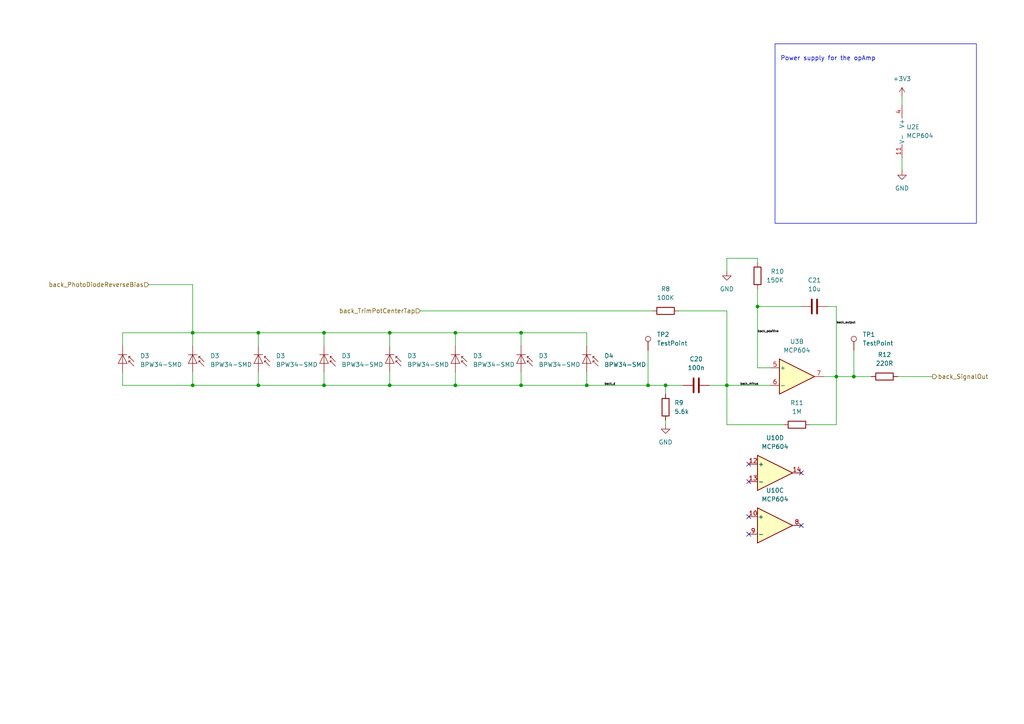
<source format=kicad_sch>
(kicad_sch (version 20230121) (generator eeschema)

  (uuid a916acca-611f-4d21-8d76-ef15ae956730)

  (paper "A4")

  (title_block
    (title "ElectronicBLETarget")
    (date "2024-02-03")
    (rev "1")
  )

  (lib_symbols
    (symbol "Amplifier_Operational:MCP604" (pin_names (offset 0.127)) (in_bom yes) (on_board yes)
      (property "Reference" "U" (at 0 5.08 0)
        (effects (font (size 1.27 1.27)) (justify left))
      )
      (property "Value" "MCP604" (at 0 -5.08 0)
        (effects (font (size 1.27 1.27)) (justify left))
      )
      (property "Footprint" "" (at -1.27 2.54 0)
        (effects (font (size 1.27 1.27)) hide)
      )
      (property "Datasheet" "http://ww1.microchip.com/downloads/en/DeviceDoc/21314g.pdf" (at 1.27 5.08 0)
        (effects (font (size 1.27 1.27)) hide)
      )
      (property "ki_locked" "" (at 0 0 0)
        (effects (font (size 1.27 1.27)))
      )
      (property "ki_keywords" "quad opamp" (at 0 0 0)
        (effects (font (size 1.27 1.27)) hide)
      )
      (property "ki_description" "Quad 2.7V to 6.0V Single Supply CMOS Op Amps, DIP-14/SOIC-14/TSSOP-14" (at 0 0 0)
        (effects (font (size 1.27 1.27)) hide)
      )
      (property "ki_fp_filters" "SOIC*3.9x8.7mm*P1.27mm* DIP*W7.62mm* TSSOP*4.4x5mm*P0.65mm* SSOP*5.3x6.2mm*P0.65mm* MSOP*3x3mm*P0.5mm*" (at 0 0 0)
        (effects (font (size 1.27 1.27)) hide)
      )
      (symbol "MCP604_1_1"
        (polyline
          (pts
            (xy -5.08 5.08)
            (xy 5.08 0)
            (xy -5.08 -5.08)
            (xy -5.08 5.08)
          )
          (stroke (width 0.254) (type default))
          (fill (type background))
        )
        (pin output line (at 7.62 0 180) (length 2.54)
          (name "~" (effects (font (size 1.27 1.27))))
          (number "1" (effects (font (size 1.27 1.27))))
        )
        (pin input line (at -7.62 -2.54 0) (length 2.54)
          (name "-" (effects (font (size 1.27 1.27))))
          (number "2" (effects (font (size 1.27 1.27))))
        )
        (pin input line (at -7.62 2.54 0) (length 2.54)
          (name "+" (effects (font (size 1.27 1.27))))
          (number "3" (effects (font (size 1.27 1.27))))
        )
      )
      (symbol "MCP604_2_1"
        (polyline
          (pts
            (xy -5.08 5.08)
            (xy 5.08 0)
            (xy -5.08 -5.08)
            (xy -5.08 5.08)
          )
          (stroke (width 0.254) (type default))
          (fill (type background))
        )
        (pin input line (at -7.62 2.54 0) (length 2.54)
          (name "+" (effects (font (size 1.27 1.27))))
          (number "5" (effects (font (size 1.27 1.27))))
        )
        (pin input line (at -7.62 -2.54 0) (length 2.54)
          (name "-" (effects (font (size 1.27 1.27))))
          (number "6" (effects (font (size 1.27 1.27))))
        )
        (pin output line (at 7.62 0 180) (length 2.54)
          (name "~" (effects (font (size 1.27 1.27))))
          (number "7" (effects (font (size 1.27 1.27))))
        )
      )
      (symbol "MCP604_3_1"
        (polyline
          (pts
            (xy -5.08 5.08)
            (xy 5.08 0)
            (xy -5.08 -5.08)
            (xy -5.08 5.08)
          )
          (stroke (width 0.254) (type default))
          (fill (type background))
        )
        (pin input line (at -7.62 2.54 0) (length 2.54)
          (name "+" (effects (font (size 1.27 1.27))))
          (number "10" (effects (font (size 1.27 1.27))))
        )
        (pin output line (at 7.62 0 180) (length 2.54)
          (name "~" (effects (font (size 1.27 1.27))))
          (number "8" (effects (font (size 1.27 1.27))))
        )
        (pin input line (at -7.62 -2.54 0) (length 2.54)
          (name "-" (effects (font (size 1.27 1.27))))
          (number "9" (effects (font (size 1.27 1.27))))
        )
      )
      (symbol "MCP604_4_1"
        (polyline
          (pts
            (xy -5.08 5.08)
            (xy 5.08 0)
            (xy -5.08 -5.08)
            (xy -5.08 5.08)
          )
          (stroke (width 0.254) (type default))
          (fill (type background))
        )
        (pin input line (at -7.62 2.54 0) (length 2.54)
          (name "+" (effects (font (size 1.27 1.27))))
          (number "12" (effects (font (size 1.27 1.27))))
        )
        (pin input line (at -7.62 -2.54 0) (length 2.54)
          (name "-" (effects (font (size 1.27 1.27))))
          (number "13" (effects (font (size 1.27 1.27))))
        )
        (pin output line (at 7.62 0 180) (length 2.54)
          (name "~" (effects (font (size 1.27 1.27))))
          (number "14" (effects (font (size 1.27 1.27))))
        )
      )
      (symbol "MCP604_5_1"
        (pin power_in line (at -2.54 -7.62 90) (length 3.81)
          (name "V-" (effects (font (size 1.27 1.27))))
          (number "11" (effects (font (size 1.27 1.27))))
        )
        (pin power_in line (at -2.54 7.62 270) (length 3.81)
          (name "V+" (effects (font (size 1.27 1.27))))
          (number "4" (effects (font (size 1.27 1.27))))
        )
      )
    )
    (symbol "Connector:TestPoint" (pin_numbers hide) (pin_names (offset 0.762) hide) (in_bom yes) (on_board yes)
      (property "Reference" "TP" (at 0 6.858 0)
        (effects (font (size 1.27 1.27)))
      )
      (property "Value" "TestPoint" (at 0 5.08 0)
        (effects (font (size 1.27 1.27)))
      )
      (property "Footprint" "" (at 5.08 0 0)
        (effects (font (size 1.27 1.27)) hide)
      )
      (property "Datasheet" "~" (at 5.08 0 0)
        (effects (font (size 1.27 1.27)) hide)
      )
      (property "ki_keywords" "test point tp" (at 0 0 0)
        (effects (font (size 1.27 1.27)) hide)
      )
      (property "ki_description" "test point" (at 0 0 0)
        (effects (font (size 1.27 1.27)) hide)
      )
      (property "ki_fp_filters" "Pin* Test*" (at 0 0 0)
        (effects (font (size 1.27 1.27)) hide)
      )
      (symbol "TestPoint_0_1"
        (circle (center 0 3.302) (radius 0.762)
          (stroke (width 0) (type default))
          (fill (type none))
        )
      )
      (symbol "TestPoint_1_1"
        (pin passive line (at 0 0 90) (length 2.54)
          (name "1" (effects (font (size 1.27 1.27))))
          (number "1" (effects (font (size 1.27 1.27))))
        )
      )
    )
    (symbol "Device:C" (pin_numbers hide) (pin_names (offset 0.254)) (in_bom yes) (on_board yes)
      (property "Reference" "C" (at 0.635 2.54 0)
        (effects (font (size 1.27 1.27)) (justify left))
      )
      (property "Value" "C" (at 0.635 -2.54 0)
        (effects (font (size 1.27 1.27)) (justify left))
      )
      (property "Footprint" "" (at 0.9652 -3.81 0)
        (effects (font (size 1.27 1.27)) hide)
      )
      (property "Datasheet" "~" (at 0 0 0)
        (effects (font (size 1.27 1.27)) hide)
      )
      (property "ki_keywords" "cap capacitor" (at 0 0 0)
        (effects (font (size 1.27 1.27)) hide)
      )
      (property "ki_description" "Unpolarized capacitor" (at 0 0 0)
        (effects (font (size 1.27 1.27)) hide)
      )
      (property "ki_fp_filters" "C_*" (at 0 0 0)
        (effects (font (size 1.27 1.27)) hide)
      )
      (symbol "C_0_1"
        (polyline
          (pts
            (xy -2.032 -0.762)
            (xy 2.032 -0.762)
          )
          (stroke (width 0.508) (type default))
          (fill (type none))
        )
        (polyline
          (pts
            (xy -2.032 0.762)
            (xy 2.032 0.762)
          )
          (stroke (width 0.508) (type default))
          (fill (type none))
        )
      )
      (symbol "C_1_1"
        (pin passive line (at 0 3.81 270) (length 2.794)
          (name "~" (effects (font (size 1.27 1.27))))
          (number "1" (effects (font (size 1.27 1.27))))
        )
        (pin passive line (at 0 -3.81 90) (length 2.794)
          (name "~" (effects (font (size 1.27 1.27))))
          (number "2" (effects (font (size 1.27 1.27))))
        )
      )
    )
    (symbol "Device:R" (pin_numbers hide) (pin_names (offset 0)) (in_bom yes) (on_board yes)
      (property "Reference" "R" (at 2.032 0 90)
        (effects (font (size 1.27 1.27)))
      )
      (property "Value" "R" (at 0 0 90)
        (effects (font (size 1.27 1.27)))
      )
      (property "Footprint" "" (at -1.778 0 90)
        (effects (font (size 1.27 1.27)) hide)
      )
      (property "Datasheet" "~" (at 0 0 0)
        (effects (font (size 1.27 1.27)) hide)
      )
      (property "ki_keywords" "R res resistor" (at 0 0 0)
        (effects (font (size 1.27 1.27)) hide)
      )
      (property "ki_description" "Resistor" (at 0 0 0)
        (effects (font (size 1.27 1.27)) hide)
      )
      (property "ki_fp_filters" "R_*" (at 0 0 0)
        (effects (font (size 1.27 1.27)) hide)
      )
      (symbol "R_0_1"
        (rectangle (start -1.016 -2.54) (end 1.016 2.54)
          (stroke (width 0.254) (type default))
          (fill (type none))
        )
      )
      (symbol "R_1_1"
        (pin passive line (at 0 3.81 270) (length 1.27)
          (name "~" (effects (font (size 1.27 1.27))))
          (number "1" (effects (font (size 1.27 1.27))))
        )
        (pin passive line (at 0 -3.81 90) (length 1.27)
          (name "~" (effects (font (size 1.27 1.27))))
          (number "2" (effects (font (size 1.27 1.27))))
        )
      )
    )
    (symbol "Sensor_Optical:BPW34-SMD" (pin_numbers hide) (pin_names (offset 1.016) hide) (in_bom yes) (on_board yes)
      (property "Reference" "D" (at 0.508 1.778 0)
        (effects (font (size 1.27 1.27)) (justify left))
      )
      (property "Value" "BPW34-SMD" (at -1.016 -2.794 0)
        (effects (font (size 1.27 1.27)))
      )
      (property "Footprint" "OptoDevice:Osram_BPW34S-SMD" (at 0 4.445 0)
        (effects (font (size 1.27 1.27)) hide)
      )
      (property "Datasheet" "https://dammedia.osram.info/media/resource/hires/osram-dam-5488319/BPW%2034%20S_EN.pdf" (at -1.27 0 0)
        (effects (font (size 1.27 1.27)) hide)
      )
      (property "ki_keywords" "opto photodiode" (at 0 0 0)
        (effects (font (size 1.27 1.27)) hide)
      )
      (property "ki_description" "Silicon PIN Photodiode, Area 2.65x2.65mm" (at 0 0 0)
        (effects (font (size 1.27 1.27)) hide)
      )
      (property "ki_fp_filters" "Osram*BPW34S*" (at 0 0 0)
        (effects (font (size 1.27 1.27)) hide)
      )
      (symbol "BPW34-SMD_0_1"
        (polyline
          (pts
            (xy -2.54 1.27)
            (xy -2.54 -1.27)
          )
          (stroke (width 0.1524) (type default))
          (fill (type none))
        )
        (polyline
          (pts
            (xy -2.032 1.778)
            (xy -1.524 1.778)
          )
          (stroke (width 0) (type default))
          (fill (type none))
        )
        (polyline
          (pts
            (xy 0 -1.27)
            (xy 0 1.27)
          )
          (stroke (width 0) (type default))
          (fill (type none))
        )
        (polyline
          (pts
            (xy 0 0)
            (xy -2.54 0)
          )
          (stroke (width 0) (type default))
          (fill (type none))
        )
        (polyline
          (pts
            (xy -0.508 3.302)
            (xy -2.032 1.778)
            (xy -2.032 2.286)
          )
          (stroke (width 0) (type default))
          (fill (type none))
        )
        (polyline
          (pts
            (xy 0 1.27)
            (xy -2.54 0)
            (xy 0 -1.27)
          )
          (stroke (width 0) (type default))
          (fill (type none))
        )
        (polyline
          (pts
            (xy 0.762 3.302)
            (xy -0.762 1.778)
            (xy -0.762 2.286)
            (xy -0.762 1.778)
            (xy -0.254 1.778)
          )
          (stroke (width 0) (type default))
          (fill (type none))
        )
      )
      (symbol "BPW34-SMD_1_1"
        (pin passive line (at -5.08 0 0) (length 2.54)
          (name "K" (effects (font (size 1.27 1.27))))
          (number "1" (effects (font (size 1.27 1.27))))
        )
        (pin passive line (at 2.54 0 180) (length 2.54)
          (name "A" (effects (font (size 1.27 1.27))))
          (number "2" (effects (font (size 1.27 1.27))))
        )
      )
    )
    (symbol "power:+3V3" (power) (pin_names (offset 0)) (in_bom yes) (on_board yes)
      (property "Reference" "#PWR" (at 0 -3.81 0)
        (effects (font (size 1.27 1.27)) hide)
      )
      (property "Value" "+3V3" (at 0 3.556 0)
        (effects (font (size 1.27 1.27)))
      )
      (property "Footprint" "" (at 0 0 0)
        (effects (font (size 1.27 1.27)) hide)
      )
      (property "Datasheet" "" (at 0 0 0)
        (effects (font (size 1.27 1.27)) hide)
      )
      (property "ki_keywords" "global power" (at 0 0 0)
        (effects (font (size 1.27 1.27)) hide)
      )
      (property "ki_description" "Power symbol creates a global label with name \"+3V3\"" (at 0 0 0)
        (effects (font (size 1.27 1.27)) hide)
      )
      (symbol "+3V3_0_1"
        (polyline
          (pts
            (xy -0.762 1.27)
            (xy 0 2.54)
          )
          (stroke (width 0) (type default))
          (fill (type none))
        )
        (polyline
          (pts
            (xy 0 0)
            (xy 0 2.54)
          )
          (stroke (width 0) (type default))
          (fill (type none))
        )
        (polyline
          (pts
            (xy 0 2.54)
            (xy 0.762 1.27)
          )
          (stroke (width 0) (type default))
          (fill (type none))
        )
      )
      (symbol "+3V3_1_1"
        (pin power_in line (at 0 0 90) (length 0) hide
          (name "+3V3" (effects (font (size 1.27 1.27))))
          (number "1" (effects (font (size 1.27 1.27))))
        )
      )
    )
    (symbol "power:GND" (power) (pin_names (offset 0)) (in_bom yes) (on_board yes)
      (property "Reference" "#PWR" (at 0 -6.35 0)
        (effects (font (size 1.27 1.27)) hide)
      )
      (property "Value" "GND" (at 0 -3.81 0)
        (effects (font (size 1.27 1.27)))
      )
      (property "Footprint" "" (at 0 0 0)
        (effects (font (size 1.27 1.27)) hide)
      )
      (property "Datasheet" "" (at 0 0 0)
        (effects (font (size 1.27 1.27)) hide)
      )
      (property "ki_keywords" "global power" (at 0 0 0)
        (effects (font (size 1.27 1.27)) hide)
      )
      (property "ki_description" "Power symbol creates a global label with name \"GND\" , ground" (at 0 0 0)
        (effects (font (size 1.27 1.27)) hide)
      )
      (symbol "GND_0_1"
        (polyline
          (pts
            (xy 0 0)
            (xy 0 -1.27)
            (xy 1.27 -1.27)
            (xy 0 -2.54)
            (xy -1.27 -1.27)
            (xy 0 -1.27)
          )
          (stroke (width 0) (type default))
          (fill (type none))
        )
      )
      (symbol "GND_1_1"
        (pin power_in line (at 0 0 270) (length 0) hide
          (name "GND" (effects (font (size 1.27 1.27))))
          (number "1" (effects (font (size 1.27 1.27))))
        )
      )
    )
  )

  (junction (at 93.98 96.52) (diameter 0) (color 0 0 0 0)
    (uuid 1140bc7c-ee57-4aed-b918-698b64876ff9)
  )
  (junction (at 219.71 88.9) (diameter 0) (color 0 0 0 0)
    (uuid 18a34935-5f0d-4ef2-9bef-dd7a1c6b45a7)
  )
  (junction (at 74.93 111.76) (diameter 0) (color 0 0 0 0)
    (uuid 3ca945ef-648b-43af-9a03-4b7d2bc3d8dd)
  )
  (junction (at 193.04 111.76) (diameter 0) (color 0 0 0 0)
    (uuid 3d0e4b14-1410-4b17-9da9-619ec469e9ed)
  )
  (junction (at 247.65 109.22) (diameter 0) (color 0 0 0 0)
    (uuid 4c090949-d59e-4b3c-9935-f2cd772a7cc8)
  )
  (junction (at 151.13 111.76) (diameter 0) (color 0 0 0 0)
    (uuid 6171105e-b12f-4f29-ae30-ee3037f65d2c)
  )
  (junction (at 210.82 111.76) (diameter 0) (color 0 0 0 0)
    (uuid 6e30c0be-9407-440c-8637-37ad1d9f6275)
  )
  (junction (at 132.08 111.76) (diameter 0) (color 0 0 0 0)
    (uuid 7dd2eae6-f78c-4a97-84ac-bd301e563349)
  )
  (junction (at 113.03 96.52) (diameter 0) (color 0 0 0 0)
    (uuid 7fd79079-0f46-4df4-bd6d-91560e325832)
  )
  (junction (at 55.88 96.52) (diameter 0) (color 0 0 0 0)
    (uuid 84bb2b9a-0ceb-422c-a81f-f45745ac6500)
  )
  (junction (at 74.93 96.52) (diameter 0) (color 0 0 0 0)
    (uuid 8b230505-e662-4bc4-bc9f-020acf9c3ae7)
  )
  (junction (at 132.08 96.52) (diameter 0) (color 0 0 0 0)
    (uuid a2ca6e33-de13-4b35-885c-409992c525c8)
  )
  (junction (at 151.13 96.52) (diameter 0) (color 0 0 0 0)
    (uuid aa1af783-ecfc-4807-92df-33e6fbe0431c)
  )
  (junction (at 187.96 111.76) (diameter 0) (color 0 0 0 0)
    (uuid ac5b0d11-7688-43b6-9c01-b28f1956c875)
  )
  (junction (at 170.18 111.76) (diameter 0) (color 0 0 0 0)
    (uuid c028a794-06e3-4601-8f5b-49ba51863fa0)
  )
  (junction (at 242.57 109.22) (diameter 0) (color 0 0 0 0)
    (uuid c8599329-c568-4be3-90db-ff7550f28d13)
  )
  (junction (at 55.88 111.76) (diameter 0) (color 0 0 0 0)
    (uuid d0e2d616-6c14-4904-8676-cdc9da127f21)
  )
  (junction (at 113.03 111.76) (diameter 0) (color 0 0 0 0)
    (uuid e6032554-0a0b-472a-bcd9-ce0e9d029b9c)
  )
  (junction (at 93.98 111.76) (diameter 0) (color 0 0 0 0)
    (uuid ee059f84-66a5-447d-a40e-052cfa73df18)
  )

  (no_connect (at 232.41 152.4) (uuid 06741872-90dd-4675-9849-6d122c237bf4))
  (no_connect (at 217.17 154.94) (uuid 21c770ac-ab5d-4af6-b3b2-63d1fc81312a))
  (no_connect (at 232.41 137.16) (uuid 3d54947b-1877-4a4d-be12-88e843fa962c))
  (no_connect (at 217.17 149.86) (uuid 3fb02659-8700-466f-b73a-d44a517b95d0))
  (no_connect (at 217.17 134.62) (uuid 6c4fb8c7-8ab0-4b7f-bd33-afa3f9a04cbe))
  (no_connect (at 217.17 139.7) (uuid 803b33bf-585e-48d9-9ece-c4752cb65149))

  (wire (pts (xy 196.85 90.17) (xy 210.82 90.17))
    (stroke (width 0) (type default))
    (uuid 05bb4133-40cf-4ae9-9a84-dd0c9ff54760)
  )
  (wire (pts (xy 55.88 107.95) (xy 55.88 111.76))
    (stroke (width 0) (type default))
    (uuid 0b4280a3-8d41-4d71-827c-8b773ad05e83)
  )
  (wire (pts (xy 219.71 74.93) (xy 210.82 74.93))
    (stroke (width 0) (type default))
    (uuid 0c34181d-ec6b-4bd4-91c1-2babdecf05b2)
  )
  (wire (pts (xy 247.65 109.22) (xy 252.73 109.22))
    (stroke (width 0) (type default))
    (uuid 0cdafe89-933f-4770-9fc5-cace2587df84)
  )
  (wire (pts (xy 261.62 27.94) (xy 261.62 30.48))
    (stroke (width 0) (type default))
    (uuid 1e381a71-d641-4412-b425-bf74c873f568)
  )
  (wire (pts (xy 242.57 123.19) (xy 242.57 109.22))
    (stroke (width 0) (type default))
    (uuid 30d57694-4638-4e0d-8c97-d9d1d7bfd79c)
  )
  (wire (pts (xy 151.13 111.76) (xy 170.18 111.76))
    (stroke (width 0) (type default))
    (uuid 34bc0b7c-3be4-4734-8e8f-1c2b8befc627)
  )
  (wire (pts (xy 187.96 111.76) (xy 193.04 111.76))
    (stroke (width 0) (type default))
    (uuid 3565611c-16bd-4c37-a312-f1e87218c165)
  )
  (wire (pts (xy 55.88 82.55) (xy 55.88 96.52))
    (stroke (width 0) (type default))
    (uuid 38824a60-0e58-4de5-87da-c7c1992e56b5)
  )
  (wire (pts (xy 74.93 111.76) (xy 93.98 111.76))
    (stroke (width 0) (type default))
    (uuid 391f9f7c-49b8-4c05-aa60-15647dc593a4)
  )
  (wire (pts (xy 219.71 74.93) (xy 219.71 76.2))
    (stroke (width 0) (type default))
    (uuid 39e5de8b-c836-4c6c-85f3-d96353f10c9d)
  )
  (wire (pts (xy 170.18 111.76) (xy 170.18 107.95))
    (stroke (width 0) (type default))
    (uuid 3bd12dfe-1470-48bd-a45e-366841965df7)
  )
  (wire (pts (xy 151.13 96.52) (xy 170.18 96.52))
    (stroke (width 0) (type default))
    (uuid 3f59394c-ab0e-48f7-821a-7da907daccc9)
  )
  (wire (pts (xy 261.62 45.72) (xy 261.62 49.53))
    (stroke (width 0) (type default))
    (uuid 4c139e2d-5311-4614-8ebe-8508cb07f8b5)
  )
  (wire (pts (xy 35.56 111.76) (xy 55.88 111.76))
    (stroke (width 0) (type default))
    (uuid 4c387041-0bac-4f47-b07b-532060cb0ee9)
  )
  (wire (pts (xy 223.52 111.76) (xy 210.82 111.76))
    (stroke (width 0) (type default))
    (uuid 5ba8747d-12e6-4b25-bc3e-5bb9a8a9d1a2)
  )
  (wire (pts (xy 55.88 82.55) (xy 43.18 82.55))
    (stroke (width 0) (type default))
    (uuid 5d5e0ba0-36fc-495e-b080-4454495b0fe1)
  )
  (wire (pts (xy 193.04 111.76) (xy 198.12 111.76))
    (stroke (width 0) (type default))
    (uuid 63ce8f28-f411-4cee-9c35-d48761efce07)
  )
  (wire (pts (xy 193.04 121.92) (xy 193.04 123.19))
    (stroke (width 0) (type default))
    (uuid 689a171d-334a-43d1-b064-ef2c6dca3e0e)
  )
  (wire (pts (xy 113.03 96.52) (xy 113.03 100.33))
    (stroke (width 0) (type default))
    (uuid 68a4cce3-1393-4f6d-9a48-700e81141bf5)
  )
  (wire (pts (xy 113.03 96.52) (xy 132.08 96.52))
    (stroke (width 0) (type default))
    (uuid 6a62c3c5-b0eb-4803-b905-7687394228e4)
  )
  (wire (pts (xy 35.56 96.52) (xy 35.56 100.33))
    (stroke (width 0) (type default))
    (uuid 6ae5eaba-851b-4665-87f3-b67dfc421c7f)
  )
  (wire (pts (xy 151.13 107.95) (xy 151.13 111.76))
    (stroke (width 0) (type default))
    (uuid 725b93a4-ca8c-431c-b2c8-b550378929bb)
  )
  (wire (pts (xy 113.03 107.95) (xy 113.03 111.76))
    (stroke (width 0) (type default))
    (uuid 739a9828-d20a-4268-b107-d02252bd20ac)
  )
  (wire (pts (xy 210.82 74.93) (xy 210.82 78.74))
    (stroke (width 0) (type default))
    (uuid 771340b7-ae0f-4671-9485-efbd04556f3d)
  )
  (wire (pts (xy 247.65 101.6) (xy 247.65 109.22))
    (stroke (width 0) (type default))
    (uuid 7a1a4ad3-d28b-4a3f-92d0-3b5c455af2b7)
  )
  (wire (pts (xy 93.98 111.76) (xy 113.03 111.76))
    (stroke (width 0) (type default))
    (uuid 7e2977f9-e87f-49f5-8768-7186b872c737)
  )
  (wire (pts (xy 132.08 107.95) (xy 132.08 111.76))
    (stroke (width 0) (type default))
    (uuid 8066f402-6975-4b35-92de-bb02887836a0)
  )
  (wire (pts (xy 74.93 96.52) (xy 74.93 100.33))
    (stroke (width 0) (type default))
    (uuid 81b14333-003c-4541-91ef-d34b228a19bf)
  )
  (wire (pts (xy 219.71 88.9) (xy 219.71 83.82))
    (stroke (width 0) (type default))
    (uuid 823869ba-9363-490b-a2d2-28d26a1bef38)
  )
  (wire (pts (xy 35.56 96.52) (xy 55.88 96.52))
    (stroke (width 0) (type default))
    (uuid 84d4155c-ad8f-49c3-bffa-5892a6bff1a7)
  )
  (wire (pts (xy 205.74 111.76) (xy 210.82 111.76))
    (stroke (width 0) (type default))
    (uuid 88a51286-51f8-475a-80d2-7b7381cf58ed)
  )
  (wire (pts (xy 113.03 111.76) (xy 132.08 111.76))
    (stroke (width 0) (type default))
    (uuid 8f9a7a5f-0dd0-4e90-8420-4a45c14ab7de)
  )
  (wire (pts (xy 242.57 109.22) (xy 247.65 109.22))
    (stroke (width 0) (type default))
    (uuid 927874af-fd5a-4e00-a13e-219bfcadbb32)
  )
  (wire (pts (xy 242.57 88.9) (xy 242.57 109.22))
    (stroke (width 0) (type default))
    (uuid 962b52c5-d1d9-4bd1-a21e-061f4a6c6c02)
  )
  (wire (pts (xy 210.82 90.17) (xy 210.82 111.76))
    (stroke (width 0) (type default))
    (uuid 96f503c3-adbd-4c34-bbbd-27fd6231669c)
  )
  (wire (pts (xy 151.13 96.52) (xy 151.13 100.33))
    (stroke (width 0) (type default))
    (uuid 9754b538-3190-416e-9b2b-254a3fb2108e)
  )
  (wire (pts (xy 170.18 100.33) (xy 170.18 96.52))
    (stroke (width 0) (type default))
    (uuid 97663098-3e9b-4bc4-a00a-04fd3650285d)
  )
  (wire (pts (xy 240.03 88.9) (xy 242.57 88.9))
    (stroke (width 0) (type default))
    (uuid 981ba73e-fbdb-4bcc-874d-8a87537fe15c)
  )
  (wire (pts (xy 93.98 96.52) (xy 113.03 96.52))
    (stroke (width 0) (type default))
    (uuid 9861e982-b767-40b2-b357-6daeb600eb58)
  )
  (wire (pts (xy 234.95 123.19) (xy 242.57 123.19))
    (stroke (width 0) (type default))
    (uuid a2a63c2c-7bc8-47be-92e0-59e0f46707ea)
  )
  (wire (pts (xy 35.56 107.95) (xy 35.56 111.76))
    (stroke (width 0) (type default))
    (uuid a792d274-0341-4f61-850b-339285b653cb)
  )
  (wire (pts (xy 55.88 111.76) (xy 74.93 111.76))
    (stroke (width 0) (type default))
    (uuid a7f24cb2-dcca-4015-a40e-b1f20f7cfdb3)
  )
  (wire (pts (xy 238.76 109.22) (xy 242.57 109.22))
    (stroke (width 0) (type default))
    (uuid af7c2e69-0ba2-4954-bc35-610996aa0119)
  )
  (wire (pts (xy 260.35 109.22) (xy 270.51 109.22))
    (stroke (width 0) (type default))
    (uuid b0165f38-713f-4d31-87ba-d76480559155)
  )
  (wire (pts (xy 93.98 107.95) (xy 93.98 111.76))
    (stroke (width 0) (type default))
    (uuid b7487462-25bb-4c28-aa8d-4bb54b565d5a)
  )
  (wire (pts (xy 74.93 107.95) (xy 74.93 111.76))
    (stroke (width 0) (type default))
    (uuid bdedb8d2-14a8-45ca-979e-5521f65c3bdb)
  )
  (wire (pts (xy 187.96 111.76) (xy 170.18 111.76))
    (stroke (width 0) (type default))
    (uuid be543a74-0967-46d5-88e5-8cfe9b290e26)
  )
  (wire (pts (xy 74.93 96.52) (xy 93.98 96.52))
    (stroke (width 0) (type default))
    (uuid c0881c37-b35d-4762-9295-0c05af61c5cc)
  )
  (wire (pts (xy 55.88 96.52) (xy 74.93 96.52))
    (stroke (width 0) (type default))
    (uuid c2320c10-e68f-4fe1-9cbe-a7506d14437d)
  )
  (wire (pts (xy 219.71 88.9) (xy 232.41 88.9))
    (stroke (width 0) (type default))
    (uuid cb22826f-68f3-4860-b362-7f56c4a8be31)
  )
  (wire (pts (xy 55.88 96.52) (xy 55.88 100.33))
    (stroke (width 0) (type default))
    (uuid d3d84c6e-4bb5-441c-9454-badb8faed279)
  )
  (wire (pts (xy 132.08 96.52) (xy 132.08 100.33))
    (stroke (width 0) (type default))
    (uuid dd2e2517-fafd-49ae-adf5-78e25adbd6c9)
  )
  (wire (pts (xy 219.71 106.68) (xy 219.71 88.9))
    (stroke (width 0) (type default))
    (uuid de7de8e8-2323-43d0-ace1-b31c6c0ffb2d)
  )
  (wire (pts (xy 187.96 101.6) (xy 187.96 111.76))
    (stroke (width 0) (type default))
    (uuid e1077ab7-78fc-4ec8-8694-8e991da433e7)
  )
  (wire (pts (xy 132.08 96.52) (xy 151.13 96.52))
    (stroke (width 0) (type default))
    (uuid e22df1e6-cea5-4796-b6e0-deba17203f7b)
  )
  (wire (pts (xy 132.08 111.76) (xy 151.13 111.76))
    (stroke (width 0) (type default))
    (uuid e2aa2db7-bd48-4379-a6c8-c58816220a24)
  )
  (wire (pts (xy 93.98 96.52) (xy 93.98 100.33))
    (stroke (width 0) (type default))
    (uuid e32e0d04-78d1-467e-8afa-3d7c7c3766e9)
  )
  (wire (pts (xy 121.92 90.17) (xy 189.23 90.17))
    (stroke (width 0) (type default))
    (uuid e510ea1c-69cc-48c9-8fd8-fce45a6fc82c)
  )
  (wire (pts (xy 210.82 111.76) (xy 210.82 123.19))
    (stroke (width 0) (type default))
    (uuid edc79212-e18d-4f98-b448-5c236ad59195)
  )
  (wire (pts (xy 227.33 123.19) (xy 210.82 123.19))
    (stroke (width 0) (type default))
    (uuid ee3118c5-ff04-48d1-b000-f2908bccc500)
  )
  (wire (pts (xy 223.52 106.68) (xy 219.71 106.68))
    (stroke (width 0) (type default))
    (uuid eeaa83d9-0804-4010-a890-32fe9cdac787)
  )
  (wire (pts (xy 193.04 114.3) (xy 193.04 111.76))
    (stroke (width 0) (type default))
    (uuid f83cceef-80db-431e-8f9a-260365ba4069)
  )

  (rectangle (start 224.79 12.7) (end 283.21 64.77)
    (stroke (width 0) (type default))
    (fill (type none))
    (uuid 87e6fd8f-8d48-49db-8c9c-fa57129b1be0)
  )

  (text "Power supply for the opAmp" (at 254 17.78 0)
    (effects (font (size 1.27 1.27)) (justify right bottom))
    (uuid 4d8df1bd-6a32-4ecf-a145-d33123652c3d)
  )

  (label "back_d" (at 175.26 111.76 0) (fields_autoplaced)
    (effects (font (size 0.6 0.6)) (justify left bottom))
    (uuid 1500e0e3-7304-43f0-952e-79ab1d2d3b1b)
  )
  (label "back_positive" (at 219.71 96.52 0) (fields_autoplaced)
    (effects (font (size 0.6 0.6)) (justify left bottom))
    (uuid 243d7fa6-d48f-4344-a03d-14dcdaca7509)
  )
  (label "back_output" (at 242.57 93.98 0) (fields_autoplaced)
    (effects (font (size 0.6 0.6)) (justify left bottom))
    (uuid 6710de51-a165-4c3c-a42c-70db7809586c)
  )
  (label "back_minus" (at 214.63 111.76 0) (fields_autoplaced)
    (effects (font (size 0.6 0.6)) (justify left bottom))
    (uuid b50d7b81-ac6a-4107-b6aa-4d4a2da0a809)
  )

  (hierarchical_label "back_SignalOut" (shape output) (at 270.51 109.22 0) (fields_autoplaced)
    (effects (font (size 1.27 1.27)) (justify left))
    (uuid 1abd61fc-73a4-446f-b357-2293130a1a93)
  )
  (hierarchical_label "back_TrimPotCenterTap" (shape input) (at 121.92 90.17 180) (fields_autoplaced)
    (effects (font (size 1.27 1.27)) (justify right))
    (uuid a69a3e41-80b8-4f19-ab2d-34336e1f7d54)
  )
  (hierarchical_label "back_PhotoDiodeReverseBias" (shape input) (at 43.18 82.55 180) (fields_autoplaced)
    (effects (font (size 1.27 1.27)) (justify right))
    (uuid dfccaffa-46ae-40f2-9831-5a555b6938ad)
  )

  (symbol (lib_id "Sensor_Optical:BPW34-SMD") (at 132.08 105.41 270) (unit 1)
    (in_bom yes) (on_board yes) (dnp no)
    (uuid 05b574b6-2dbd-44f9-a21d-b4fa97cec21c)
    (property "Reference" "D3" (at 137.16 103.2129 90)
      (effects (font (size 1.27 1.27)) (justify left))
    )
    (property "Value" "BPW34-SMD" (at 137.16 105.7529 90)
      (effects (font (size 1.27 1.27)) (justify left))
    )
    (property "Footprint" "ElectronicBLETarget_PCBFootprints:Osram_BPW34S-SMD" (at 136.525 105.41 0)
      (effects (font (size 1.27 1.27)) hide)
    )
    (property "Datasheet" "https://dammedia.osram.info/media/resource/hires/osram-dam-5488319/BPW%2034%20S_EN.pdf" (at 132.08 104.14 0)
      (effects (font (size 1.27 1.27)) hide)
    )
    (property "Distributor" "https://www2.mouser.com/ProductDetail/ams-OSRAM/BPW-34-S?qs=vLWxofP3U2zVT0CDmWwS1A%3D%3D" (at 132.08 105.41 0)
      (effects (font (size 1.27 1.27)) hide)
    )
    (property "Manufacturer" "ams OSRAM" (at 132.08 105.41 0)
      (effects (font (size 1.27 1.27)) hide)
    )
    (property "Manufacturer Part Number" "BPW 34 S" (at 132.08 105.41 0)
      (effects (font (size 1.27 1.27)) hide)
    )
    (pin "1" (uuid e73cda17-1dd2-4dcd-8bfd-9d4433130a85))
    (pin "2" (uuid eec364b7-2087-4a2a-a01f-bf99a973d958))
    (instances
      (project "ElectronicBLETarget"
        (path "/e65ca263-7357-4fa8-aaf0-4e1b74459457/49f09594-2afc-4263-bfc0-820cce7c9974/7874cf2c-78dc-45f4-9ca5-22bdae47e0ea"
          (reference "D3") (unit 1)
        )
        (path "/e65ca263-7357-4fa8-aaf0-4e1b74459457/49f09594-2afc-4263-bfc0-820cce7c9974/59fea44c-0a64-4f6c-b8f7-0535f389bda9"
          (reference "D1") (unit 1)
        )
        (path "/e65ca263-7357-4fa8-aaf0-4e1b74459457/b544718d-3976-4b6d-b3e0-414d205a9f25/57deb258-c2eb-4d7b-a629-f6d226f99e21"
          (reference "D7") (unit 1)
        )
        (path "/e65ca263-7357-4fa8-aaf0-4e1b74459457/5c1d82f3-496f-4676-ae07-761e9a21cefb/77200347-c75b-4307-adc3-94753d28313f"
          (reference "D23") (unit 1)
        )
      )
    )
  )

  (symbol (lib_id "Amplifier_Operational:MCP604") (at 231.14 109.22 0) (unit 2)
    (in_bom yes) (on_board yes) (dnp no) (fields_autoplaced)
    (uuid 0a7c3626-3ae4-4905-8ee6-c2cd5679b1f9)
    (property "Reference" "U3" (at 231.14 99.06 0)
      (effects (font (size 1.27 1.27)))
    )
    (property "Value" "MCP604" (at 231.14 101.6 0)
      (effects (font (size 1.27 1.27)))
    )
    (property "Footprint" "ElectronicBLETarget_PCBFootprints:SOIC-14_3.9x8.7mm_P1.27mm" (at 229.87 106.68 0)
      (effects (font (size 1.27 1.27)) hide)
    )
    (property "Datasheet" "https://www2.mouser.com/datasheet/2/268/21669D-1180278.pdf" (at 232.41 104.14 0)
      (effects (font (size 1.27 1.27)) hide)
    )
    (property "Distributor" "https://www2.mouser.com/ProductDetail/Microchip-Technology/MCP6044-I-SL?qs=Yx6ahBY6%252BSBWFG0wBCI4%2FA%3D%3D&_gl=1*oc0vmt*_ga*NDY3NDU2NzcuMTcwNTQ5MzI1Mg..*_ga_15W4STQT4T*MTcxMjQxNzM2Ni45LjEuMTcxMjQxNzg0NC44LjAuMA..*_ga_1KQLCYKRX3*MTcxMDc3NDc1NS4zLjAuMTcxMDc3NDc1OC4wLjAuMA.." (at 231.14 109.22 0)
      (effects (font (size 1.27 1.27)) hide)
    )
    (property "Manufacturer" "Microchip Technology" (at 231.14 109.22 0)
      (effects (font (size 1.27 1.27)) hide)
    )
    (property "Manufacturer Part Number" "MCP6044-I/SL" (at 231.14 109.22 0)
      (effects (font (size 1.27 1.27)) hide)
    )
    (pin "7" (uuid 5dc6d8b7-3de8-4499-ab75-d9d8914d0ed7))
    (pin "3" (uuid 5933bafd-f35f-49fe-a3fe-f5fd4293a0de))
    (pin "4" (uuid ecb57a54-d318-485e-9759-06c8cc7f1b63))
    (pin "2" (uuid 91608189-07f4-43b2-ac65-2c92f40a2c2a))
    (pin "14" (uuid 64482b34-8f6f-410d-8bb1-63bf4abcffc6))
    (pin "10" (uuid c474b51b-d21f-474d-ab85-f8565aece012))
    (pin "12" (uuid 22197ab0-7db6-471f-836b-cf53764e8588))
    (pin "13" (uuid ba4c27d9-a29f-4329-967b-da694094f84f))
    (pin "6" (uuid 7bcc4d41-49ea-47a3-b3ce-065aaae8ff32))
    (pin "5" (uuid bdbc1817-b336-4efe-b991-e4838b6ed357))
    (pin "9" (uuid b471a340-ba6c-4792-b125-c7897980b13c))
    (pin "1" (uuid f5492a77-1657-4c27-9b24-89abd4e51512))
    (pin "8" (uuid 6621f91b-b020-4242-83fd-8f49fd5885ec))
    (pin "11" (uuid 958f1c67-41a5-406f-985e-c31c8db2bc0c))
    (instances
      (project "ElectronicBLETarget"
        (path "/e65ca263-7357-4fa8-aaf0-4e1b74459457/49f09594-2afc-4263-bfc0-820cce7c9974/7874cf2c-78dc-45f4-9ca5-22bdae47e0ea"
          (reference "U3") (unit 2)
        )
        (path "/e65ca263-7357-4fa8-aaf0-4e1b74459457/49f09594-2afc-4263-bfc0-820cce7c9974/59fea44c-0a64-4f6c-b8f7-0535f389bda9"
          (reference "U2") (unit 1)
        )
        (path "/e65ca263-7357-4fa8-aaf0-4e1b74459457/b544718d-3976-4b6d-b3e0-414d205a9f25/57deb258-c2eb-4d7b-a629-f6d226f99e21"
          (reference "U3") (unit 1)
        )
        (path "/e65ca263-7357-4fa8-aaf0-4e1b74459457/5c1d82f3-496f-4676-ae07-761e9a21cefb/77200347-c75b-4307-adc3-94753d28313f"
          (reference "U10") (unit 1)
        )
      )
    )
  )

  (symbol (lib_id "power:+3V3") (at 261.62 27.94 0) (unit 1)
    (in_bom yes) (on_board yes) (dnp no) (fields_autoplaced)
    (uuid 1674f659-7e75-4667-91e4-e11403ee0693)
    (property "Reference" "#PWR020" (at 261.62 31.75 0)
      (effects (font (size 1.27 1.27)) hide)
    )
    (property "Value" "+3V3" (at 261.62 22.86 0)
      (effects (font (size 1.27 1.27)))
    )
    (property "Footprint" "" (at 261.62 27.94 0)
      (effects (font (size 1.27 1.27)) hide)
    )
    (property "Datasheet" "" (at 261.62 27.94 0)
      (effects (font (size 1.27 1.27)) hide)
    )
    (pin "1" (uuid 4ed1ab8a-8e3a-4e5e-830c-f79b7dcf053d))
    (instances
      (project "ElectronicBLETarget"
        (path "/e65ca263-7357-4fa8-aaf0-4e1b74459457/49f09594-2afc-4263-bfc0-820cce7c9974/59fea44c-0a64-4f6c-b8f7-0535f389bda9"
          (reference "#PWR020") (unit 1)
        )
        (path "/e65ca263-7357-4fa8-aaf0-4e1b74459457/b544718d-3976-4b6d-b3e0-414d205a9f25/57deb258-c2eb-4d7b-a629-f6d226f99e21"
          (reference "#PWR030") (unit 1)
        )
        (path "/e65ca263-7357-4fa8-aaf0-4e1b74459457/5c1d82f3-496f-4676-ae07-761e9a21cefb/77200347-c75b-4307-adc3-94753d28313f"
          (reference "#PWR065") (unit 1)
        )
      )
    )
  )

  (symbol (lib_id "Device:R") (at 256.54 109.22 270) (unit 1)
    (in_bom yes) (on_board yes) (dnp no) (fields_autoplaced)
    (uuid 1efaf008-7082-4f4a-a604-3a4bd064cb69)
    (property "Reference" "R12" (at 256.54 102.87 90)
      (effects (font (size 1.27 1.27)))
    )
    (property "Value" "220R" (at 256.54 105.41 90)
      (effects (font (size 1.27 1.27)))
    )
    (property "Footprint" "Resistor_SMD:R_0402_1005Metric" (at 256.54 107.442 90)
      (effects (font (size 1.27 1.27)) hide)
    )
    (property "Datasheet" "~" (at 256.54 109.22 0)
      (effects (font (size 1.27 1.27)) hide)
    )
    (property "Distributor" "https://www2.mouser.com/ProductDetail/YAGEO/RC0402FR-07221RL?qs=YDy31nmf64y04UoKIvC83Q%3D%3D" (at 256.54 109.22 0)
      (effects (font (size 1.27 1.27)) hide)
    )
    (property "Manufacturer" "YAGEO" (at 256.54 109.22 0)
      (effects (font (size 1.27 1.27)) hide)
    )
    (property "Manufacturer Part Number" "RC0402FR-07221RL" (at 256.54 109.22 0)
      (effects (font (size 1.27 1.27)) hide)
    )
    (pin "2" (uuid 02d6b8c2-efc6-45e4-bd85-e5ea5504cf0d))
    (pin "1" (uuid 08e04584-85e2-4017-b7a6-717909f4fb24))
    (instances
      (project "ElectronicBLETarget"
        (path "/e65ca263-7357-4fa8-aaf0-4e1b74459457/49f09594-2afc-4263-bfc0-820cce7c9974/7874cf2c-78dc-45f4-9ca5-22bdae47e0ea"
          (reference "R12") (unit 1)
        )
        (path "/e65ca263-7357-4fa8-aaf0-4e1b74459457/49f09594-2afc-4263-bfc0-820cce7c9974/59fea44c-0a64-4f6c-b8f7-0535f389bda9"
          (reference "R7") (unit 1)
        )
        (path "/e65ca263-7357-4fa8-aaf0-4e1b74459457/b544718d-3976-4b6d-b3e0-414d205a9f25/57deb258-c2eb-4d7b-a629-f6d226f99e21"
          (reference "R22") (unit 1)
        )
        (path "/e65ca263-7357-4fa8-aaf0-4e1b74459457/5c1d82f3-496f-4676-ae07-761e9a21cefb/77200347-c75b-4307-adc3-94753d28313f"
          (reference "R60") (unit 1)
        )
      )
    )
  )

  (symbol (lib_id "Connector:TestPoint") (at 187.96 101.6 0) (unit 1)
    (in_bom yes) (on_board yes) (dnp no) (fields_autoplaced)
    (uuid 249139e0-bec6-4f38-b3f9-48a1312c48e7)
    (property "Reference" "TP2" (at 190.5 97.028 0)
      (effects (font (size 1.27 1.27)) (justify left))
    )
    (property "Value" "TestPoint" (at 190.5 99.568 0)
      (effects (font (size 1.27 1.27)) (justify left))
    )
    (property "Footprint" "TestPoint:TestPoint_Pad_D1.5mm" (at 193.04 101.6 0)
      (effects (font (size 1.27 1.27)) hide)
    )
    (property "Datasheet" "~" (at 193.04 101.6 0)
      (effects (font (size 1.27 1.27)) hide)
    )
    (property "Distributor" "" (at 187.96 101.6 0)
      (effects (font (size 1.27 1.27)) hide)
    )
    (property "Manufacturer" "" (at 187.96 101.6 0)
      (effects (font (size 1.27 1.27)) hide)
    )
    (property "Manufacturer Part Number" "" (at 187.96 101.6 0)
      (effects (font (size 1.27 1.27)) hide)
    )
    (pin "1" (uuid f2eb8fbb-dbac-4e85-a29f-776c04858a25))
    (instances
      (project "ElectronicBLETarget"
        (path "/e65ca263-7357-4fa8-aaf0-4e1b74459457/49f09594-2afc-4263-bfc0-820cce7c9974/59fea44c-0a64-4f6c-b8f7-0535f389bda9"
          (reference "TP2") (unit 1)
        )
        (path "/e65ca263-7357-4fa8-aaf0-4e1b74459457/b544718d-3976-4b6d-b3e0-414d205a9f25/57deb258-c2eb-4d7b-a629-f6d226f99e21"
          (reference "TP7") (unit 1)
        )
        (path "/e65ca263-7357-4fa8-aaf0-4e1b74459457/5c1d82f3-496f-4676-ae07-761e9a21cefb/77200347-c75b-4307-adc3-94753d28313f"
          (reference "TP20") (unit 1)
        )
      )
    )
  )

  (symbol (lib_id "Amplifier_Operational:MCP604") (at 224.79 137.16 0) (unit 4)
    (in_bom yes) (on_board yes) (dnp no) (fields_autoplaced)
    (uuid 2552320c-29dc-4830-90ac-d28d7b65d464)
    (property "Reference" "U10" (at 224.79 127 0)
      (effects (font (size 1.27 1.27)))
    )
    (property "Value" "MCP604" (at 224.79 129.54 0)
      (effects (font (size 1.27 1.27)))
    )
    (property "Footprint" "ElectronicBLETarget_PCBFootprints:SOIC-14_3.9x8.7mm_P1.27mm" (at 223.52 134.62 0)
      (effects (font (size 1.27 1.27)) hide)
    )
    (property "Datasheet" "https://www2.mouser.com/datasheet/2/268/21669D-1180278.pdf" (at 226.06 132.08 0)
      (effects (font (size 1.27 1.27)) hide)
    )
    (property "Distributor" "https://www2.mouser.com/ProductDetail/Microchip-Technology/MCP6044-I-SL?qs=Yx6ahBY6%252BSBWFG0wBCI4%2FA%3D%3D&_gl=1*oc0vmt*_ga*NDY3NDU2NzcuMTcwNTQ5MzI1Mg..*_ga_15W4STQT4T*MTcxMjQxNzM2Ni45LjEuMTcxMjQxNzg0NC44LjAuMA..*_ga_1KQLCYKRX3*MTcxMDc3NDc1NS4zLjAuMTcxMDc3NDc1OC4wLjAuMA.." (at 224.79 137.16 0)
      (effects (font (size 1.27 1.27)) hide)
    )
    (property "Manufacturer" "Microchip Technology" (at 224.79 137.16 0)
      (effects (font (size 1.27 1.27)) hide)
    )
    (property "Manufacturer Part Number" "MCP6044-I/SL" (at 224.79 137.16 0)
      (effects (font (size 1.27 1.27)) hide)
    )
    (pin "7" (uuid f2b30d2e-1e02-4180-85e5-c7228c40a1e8))
    (pin "1" (uuid 51f2ebad-37eb-447f-896c-32cf167212af))
    (pin "12" (uuid 0075a1e0-99fe-42e0-a227-bfe3c3f16f51))
    (pin "14" (uuid 5f6e6249-87d9-4988-8fff-e215f02483b8))
    (pin "2" (uuid cfc0ae95-bd60-4b23-bf3b-d48ecdcdf9d3))
    (pin "3" (uuid b5b74ff4-0aac-4964-ac52-08232685bd2a))
    (pin "4" (uuid c2df25f6-c426-49a2-8a72-e546facde9ad))
    (pin "10" (uuid 909c3448-110e-4494-b88d-c50207e59927))
    (pin "9" (uuid fcbac0e4-adc4-42ab-a73b-d474c1c1bde7))
    (pin "13" (uuid ba75c2e0-bea4-4169-b9c6-d1f802238a0d))
    (pin "11" (uuid 629202bf-128e-4e41-bc9e-6ec7823b5ec0))
    (pin "6" (uuid 55f52baa-0721-4acc-bebc-506c924eba0c))
    (pin "5" (uuid faf1727f-27e6-4b96-b822-eab221684927))
    (pin "8" (uuid 18f8beab-2b30-46b4-879d-99d9b3e9bc52))
    (instances
      (project "ElectronicBLETarget"
        (path "/e65ca263-7357-4fa8-aaf0-4e1b74459457/5c1d82f3-496f-4676-ae07-761e9a21cefb/77200347-c75b-4307-adc3-94753d28313f"
          (reference "U10") (unit 4)
        )
      )
    )
  )

  (symbol (lib_id "Sensor_Optical:BPW34-SMD") (at 170.18 105.41 270) (unit 1)
    (in_bom yes) (on_board yes) (dnp no) (fields_autoplaced)
    (uuid 2c0b6d28-ed0a-481c-bc53-4e2acc10769c)
    (property "Reference" "D4" (at 175.26 103.2129 90)
      (effects (font (size 1.27 1.27)) (justify left))
    )
    (property "Value" "BPW34-SMD" (at 175.26 105.7529 90)
      (effects (font (size 1.27 1.27)) (justify left))
    )
    (property "Footprint" "ElectronicBLETarget_PCBFootprints:Osram_BPW34S-SMD" (at 174.625 105.41 0)
      (effects (font (size 1.27 1.27)) hide)
    )
    (property "Datasheet" "https://dammedia.osram.info/media/resource/hires/osram-dam-5488319/BPW%2034%20S_EN.pdf" (at 170.18 104.14 0)
      (effects (font (size 1.27 1.27)) hide)
    )
    (property "Distributor" "https://www2.mouser.com/ProductDetail/ams-OSRAM/BPW-34-S?qs=vLWxofP3U2zVT0CDmWwS1A%3D%3D" (at 170.18 105.41 0)
      (effects (font (size 1.27 1.27)) hide)
    )
    (property "Manufacturer" "ams OSRAM" (at 170.18 105.41 0)
      (effects (font (size 1.27 1.27)) hide)
    )
    (property "Manufacturer Part Number" "BPW 34 S" (at 170.18 105.41 0)
      (effects (font (size 1.27 1.27)) hide)
    )
    (pin "1" (uuid 59551059-196c-4058-a4df-ccd9d56c2456))
    (pin "2" (uuid 43b2d2db-9f81-4c80-8172-909b92f3e4a7))
    (instances
      (project "ElectronicBLETarget"
        (path "/e65ca263-7357-4fa8-aaf0-4e1b74459457/49f09594-2afc-4263-bfc0-820cce7c9974/7874cf2c-78dc-45f4-9ca5-22bdae47e0ea"
          (reference "D4") (unit 1)
        )
        (path "/e65ca263-7357-4fa8-aaf0-4e1b74459457/49f09594-2afc-4263-bfc0-820cce7c9974/59fea44c-0a64-4f6c-b8f7-0535f389bda9"
          (reference "D2") (unit 1)
        )
        (path "/e65ca263-7357-4fa8-aaf0-4e1b74459457/b544718d-3976-4b6d-b3e0-414d205a9f25/57deb258-c2eb-4d7b-a629-f6d226f99e21"
          (reference "D8") (unit 1)
        )
        (path "/e65ca263-7357-4fa8-aaf0-4e1b74459457/5c1d82f3-496f-4676-ae07-761e9a21cefb/77200347-c75b-4307-adc3-94753d28313f"
          (reference "D25") (unit 1)
        )
      )
    )
  )

  (symbol (lib_id "Device:R") (at 193.04 118.11 0) (unit 1)
    (in_bom yes) (on_board yes) (dnp no) (fields_autoplaced)
    (uuid 4404ac07-9555-4871-9450-6d34ccb840be)
    (property "Reference" "R9" (at 195.58 116.84 0)
      (effects (font (size 1.27 1.27)) (justify left))
    )
    (property "Value" "5.6k" (at 195.58 119.38 0)
      (effects (font (size 1.27 1.27)) (justify left))
    )
    (property "Footprint" "Resistor_SMD:R_0402_1005Metric" (at 191.262 118.11 90)
      (effects (font (size 1.27 1.27)) hide)
    )
    (property "Datasheet" "~" (at 193.04 118.11 0)
      (effects (font (size 1.27 1.27)) hide)
    )
    (property "Distributor" "https://www2.mouser.com/ProductDetail/YAGEO/RC0402FR-075K6P?qs=qpJ%252B%252B%252Bdg6p30gsyyATH7TQ%3D%3D" (at 193.04 118.11 0)
      (effects (font (size 1.27 1.27)) hide)
    )
    (property "Manufacturer" "YAGEO" (at 193.04 118.11 0)
      (effects (font (size 1.27 1.27)) hide)
    )
    (property "Manufacturer Part Number" "RC0402FR-075K6P" (at 193.04 118.11 0)
      (effects (font (size 1.27 1.27)) hide)
    )
    (pin "1" (uuid f189bfda-888b-43c2-91aa-b4ea5d14da47))
    (pin "2" (uuid f1580fa5-2835-4003-89ea-ca113b9bf1af))
    (instances
      (project "ElectronicBLETarget"
        (path "/e65ca263-7357-4fa8-aaf0-4e1b74459457/49f09594-2afc-4263-bfc0-820cce7c9974/7874cf2c-78dc-45f4-9ca5-22bdae47e0ea"
          (reference "R9") (unit 1)
        )
        (path "/e65ca263-7357-4fa8-aaf0-4e1b74459457/49f09594-2afc-4263-bfc0-820cce7c9974/59fea44c-0a64-4f6c-b8f7-0535f389bda9"
          (reference "R4") (unit 1)
        )
        (path "/e65ca263-7357-4fa8-aaf0-4e1b74459457/b544718d-3976-4b6d-b3e0-414d205a9f25/57deb258-c2eb-4d7b-a629-f6d226f99e21"
          (reference "R19") (unit 1)
        )
        (path "/e65ca263-7357-4fa8-aaf0-4e1b74459457/5c1d82f3-496f-4676-ae07-761e9a21cefb/77200347-c75b-4307-adc3-94753d28313f"
          (reference "R57") (unit 1)
        )
      )
    )
  )

  (symbol (lib_id "power:GND") (at 210.82 78.74 0) (unit 1)
    (in_bom yes) (on_board yes) (dnp no) (fields_autoplaced)
    (uuid 48a6226f-9f63-4c41-b868-98c00d7dceea)
    (property "Reference" "#PWR025" (at 210.82 85.09 0)
      (effects (font (size 1.27 1.27)) hide)
    )
    (property "Value" "GND" (at 210.82 83.82 0)
      (effects (font (size 1.27 1.27)))
    )
    (property "Footprint" "" (at 210.82 78.74 0)
      (effects (font (size 1.27 1.27)) hide)
    )
    (property "Datasheet" "" (at 210.82 78.74 0)
      (effects (font (size 1.27 1.27)) hide)
    )
    (pin "1" (uuid 6fc242fd-774a-4266-addb-6b4e4b6ef994))
    (instances
      (project "ElectronicBLETarget"
        (path "/e65ca263-7357-4fa8-aaf0-4e1b74459457/49f09594-2afc-4263-bfc0-820cce7c9974/7874cf2c-78dc-45f4-9ca5-22bdae47e0ea"
          (reference "#PWR025") (unit 1)
        )
        (path "/e65ca263-7357-4fa8-aaf0-4e1b74459457/49f09594-2afc-4263-bfc0-820cce7c9974/59fea44c-0a64-4f6c-b8f7-0535f389bda9"
          (reference "#PWR023") (unit 1)
        )
        (path "/e65ca263-7357-4fa8-aaf0-4e1b74459457/b544718d-3976-4b6d-b3e0-414d205a9f25/57deb258-c2eb-4d7b-a629-f6d226f99e21"
          (reference "#PWR029") (unit 1)
        )
        (path "/e65ca263-7357-4fa8-aaf0-4e1b74459457/5c1d82f3-496f-4676-ae07-761e9a21cefb/77200347-c75b-4307-adc3-94753d28313f"
          (reference "#PWR064") (unit 1)
        )
      )
    )
  )

  (symbol (lib_id "Sensor_Optical:BPW34-SMD") (at 35.56 105.41 270) (unit 1)
    (in_bom yes) (on_board yes) (dnp no)
    (uuid 5c970392-cf68-454f-b01b-c14fa835c613)
    (property "Reference" "D3" (at 40.64 103.2129 90)
      (effects (font (size 1.27 1.27)) (justify left))
    )
    (property "Value" "BPW34-SMD" (at 40.64 105.7529 90)
      (effects (font (size 1.27 1.27)) (justify left))
    )
    (property "Footprint" "ElectronicBLETarget_PCBFootprints:Osram_BPW34S-SMD" (at 40.005 105.41 0)
      (effects (font (size 1.27 1.27)) hide)
    )
    (property "Datasheet" "https://dammedia.osram.info/media/resource/hires/osram-dam-5488319/BPW%2034%20S_EN.pdf" (at 35.56 104.14 0)
      (effects (font (size 1.27 1.27)) hide)
    )
    (property "Distributor" "https://www2.mouser.com/ProductDetail/ams-OSRAM/BPW-34-S?qs=vLWxofP3U2zVT0CDmWwS1A%3D%3D" (at 35.56 105.41 0)
      (effects (font (size 1.27 1.27)) hide)
    )
    (property "Manufacturer" "ams OSRAM" (at 35.56 105.41 0)
      (effects (font (size 1.27 1.27)) hide)
    )
    (property "Manufacturer Part Number" "BPW 34 S" (at 35.56 105.41 0)
      (effects (font (size 1.27 1.27)) hide)
    )
    (pin "1" (uuid de8ca36a-a6d3-4b73-9a1e-20a2d001d275))
    (pin "2" (uuid 10a95275-a510-41b8-a909-fc82f5577004))
    (instances
      (project "ElectronicBLETarget"
        (path "/e65ca263-7357-4fa8-aaf0-4e1b74459457/49f09594-2afc-4263-bfc0-820cce7c9974/7874cf2c-78dc-45f4-9ca5-22bdae47e0ea"
          (reference "D3") (unit 1)
        )
        (path "/e65ca263-7357-4fa8-aaf0-4e1b74459457/49f09594-2afc-4263-bfc0-820cce7c9974/59fea44c-0a64-4f6c-b8f7-0535f389bda9"
          (reference "D1") (unit 1)
        )
        (path "/e65ca263-7357-4fa8-aaf0-4e1b74459457/b544718d-3976-4b6d-b3e0-414d205a9f25/57deb258-c2eb-4d7b-a629-f6d226f99e21"
          (reference "D7") (unit 1)
        )
        (path "/e65ca263-7357-4fa8-aaf0-4e1b74459457/5c1d82f3-496f-4676-ae07-761e9a21cefb/77200347-c75b-4307-adc3-94753d28313f"
          (reference "D18") (unit 1)
        )
      )
    )
  )

  (symbol (lib_id "Sensor_Optical:BPW34-SMD") (at 93.98 105.41 270) (unit 1)
    (in_bom yes) (on_board yes) (dnp no)
    (uuid 6b624398-ce1c-4fef-8df1-cb85fde1a617)
    (property "Reference" "D3" (at 99.06 103.2129 90)
      (effects (font (size 1.27 1.27)) (justify left))
    )
    (property "Value" "BPW34-SMD" (at 99.06 105.7529 90)
      (effects (font (size 1.27 1.27)) (justify left))
    )
    (property "Footprint" "ElectronicBLETarget_PCBFootprints:Osram_BPW34S-SMD" (at 98.425 105.41 0)
      (effects (font (size 1.27 1.27)) hide)
    )
    (property "Datasheet" "https://dammedia.osram.info/media/resource/hires/osram-dam-5488319/BPW%2034%20S_EN.pdf" (at 93.98 104.14 0)
      (effects (font (size 1.27 1.27)) hide)
    )
    (property "Distributor" "https://www2.mouser.com/ProductDetail/ams-OSRAM/BPW-34-S?qs=vLWxofP3U2zVT0CDmWwS1A%3D%3D" (at 93.98 105.41 0)
      (effects (font (size 1.27 1.27)) hide)
    )
    (property "Manufacturer" "ams OSRAM" (at 93.98 105.41 0)
      (effects (font (size 1.27 1.27)) hide)
    )
    (property "Manufacturer Part Number" "BPW 34 S" (at 93.98 105.41 0)
      (effects (font (size 1.27 1.27)) hide)
    )
    (pin "1" (uuid 57ac4158-9dfd-4a40-aec2-10e49f3ef0cc))
    (pin "2" (uuid 378e0576-99be-453f-9e31-c04d61719139))
    (instances
      (project "ElectronicBLETarget"
        (path "/e65ca263-7357-4fa8-aaf0-4e1b74459457/49f09594-2afc-4263-bfc0-820cce7c9974/7874cf2c-78dc-45f4-9ca5-22bdae47e0ea"
          (reference "D3") (unit 1)
        )
        (path "/e65ca263-7357-4fa8-aaf0-4e1b74459457/49f09594-2afc-4263-bfc0-820cce7c9974/59fea44c-0a64-4f6c-b8f7-0535f389bda9"
          (reference "D1") (unit 1)
        )
        (path "/e65ca263-7357-4fa8-aaf0-4e1b74459457/b544718d-3976-4b6d-b3e0-414d205a9f25/57deb258-c2eb-4d7b-a629-f6d226f99e21"
          (reference "D7") (unit 1)
        )
        (path "/e65ca263-7357-4fa8-aaf0-4e1b74459457/5c1d82f3-496f-4676-ae07-761e9a21cefb/77200347-c75b-4307-adc3-94753d28313f"
          (reference "D21") (unit 1)
        )
      )
    )
  )

  (symbol (lib_id "power:GND") (at 193.04 123.19 0) (unit 1)
    (in_bom yes) (on_board yes) (dnp no) (fields_autoplaced)
    (uuid 822ab432-cb12-4447-8b1a-3b1d2f647d02)
    (property "Reference" "#PWR024" (at 193.04 129.54 0)
      (effects (font (size 1.27 1.27)) hide)
    )
    (property "Value" "GND" (at 193.04 128.27 0)
      (effects (font (size 1.27 1.27)))
    )
    (property "Footprint" "" (at 193.04 123.19 0)
      (effects (font (size 1.27 1.27)) hide)
    )
    (property "Datasheet" "" (at 193.04 123.19 0)
      (effects (font (size 1.27 1.27)) hide)
    )
    (pin "1" (uuid e8ea7477-5691-48a1-ba35-38d7c8d2d92d))
    (instances
      (project "ElectronicBLETarget"
        (path "/e65ca263-7357-4fa8-aaf0-4e1b74459457/49f09594-2afc-4263-bfc0-820cce7c9974/7874cf2c-78dc-45f4-9ca5-22bdae47e0ea"
          (reference "#PWR024") (unit 1)
        )
        (path "/e65ca263-7357-4fa8-aaf0-4e1b74459457/49f09594-2afc-4263-bfc0-820cce7c9974/59fea44c-0a64-4f6c-b8f7-0535f389bda9"
          (reference "#PWR022") (unit 1)
        )
        (path "/e65ca263-7357-4fa8-aaf0-4e1b74459457/b544718d-3976-4b6d-b3e0-414d205a9f25/57deb258-c2eb-4d7b-a629-f6d226f99e21"
          (reference "#PWR028") (unit 1)
        )
        (path "/e65ca263-7357-4fa8-aaf0-4e1b74459457/5c1d82f3-496f-4676-ae07-761e9a21cefb/77200347-c75b-4307-adc3-94753d28313f"
          (reference "#PWR063") (unit 1)
        )
      )
    )
  )

  (symbol (lib_id "Device:R") (at 219.71 80.01 0) (unit 1)
    (in_bom yes) (on_board yes) (dnp no)
    (uuid 87ca13c4-2f17-4965-bf5a-b7590fd5881e)
    (property "Reference" "R10" (at 223.52 78.74 0)
      (effects (font (size 1.27 1.27)) (justify left))
    )
    (property "Value" "150K" (at 222.25 81.28 0)
      (effects (font (size 1.27 1.27)) (justify left))
    )
    (property "Footprint" "Resistor_SMD:R_0402_1005Metric" (at 217.932 80.01 90)
      (effects (font (size 1.27 1.27)) hide)
    )
    (property "Datasheet" "~" (at 219.71 80.01 0)
      (effects (font (size 1.27 1.27)) hide)
    )
    (property "Distributor" "https://www2.mouser.com/ProductDetail/YAGEO/RC0402FR-07150KL?qs=UOUeRUa%252B8Wn3KcUL8sT7JA%3D%3D" (at 219.71 80.01 0)
      (effects (font (size 1.27 1.27)) hide)
    )
    (property "Manufacturer" "YAEGO" (at 219.71 80.01 0)
      (effects (font (size 1.27 1.27)) hide)
    )
    (property "Manufacturer Part Number" "RC0402FR-07150KL" (at 219.71 80.01 0)
      (effects (font (size 1.27 1.27)) hide)
    )
    (pin "1" (uuid 7c1dcb21-229a-4cac-a512-110b81a152b9))
    (pin "2" (uuid 271e0fb8-eed4-4c6c-b26d-7abab4cf7672))
    (instances
      (project "ElectronicBLETarget"
        (path "/e65ca263-7357-4fa8-aaf0-4e1b74459457/49f09594-2afc-4263-bfc0-820cce7c9974/7874cf2c-78dc-45f4-9ca5-22bdae47e0ea"
          (reference "R10") (unit 1)
        )
        (path "/e65ca263-7357-4fa8-aaf0-4e1b74459457/49f09594-2afc-4263-bfc0-820cce7c9974/59fea44c-0a64-4f6c-b8f7-0535f389bda9"
          (reference "R5") (unit 1)
        )
        (path "/e65ca263-7357-4fa8-aaf0-4e1b74459457/b544718d-3976-4b6d-b3e0-414d205a9f25/57deb258-c2eb-4d7b-a629-f6d226f99e21"
          (reference "R20") (unit 1)
        )
        (path "/e65ca263-7357-4fa8-aaf0-4e1b74459457/5c1d82f3-496f-4676-ae07-761e9a21cefb/77200347-c75b-4307-adc3-94753d28313f"
          (reference "R58") (unit 1)
        )
      )
    )
  )

  (symbol (lib_id "Device:C") (at 201.93 111.76 90) (unit 1)
    (in_bom yes) (on_board yes) (dnp no) (fields_autoplaced)
    (uuid a66b5943-4766-4a17-88d2-f7d4020bea30)
    (property "Reference" "C20" (at 201.93 104.14 90)
      (effects (font (size 1.27 1.27)))
    )
    (property "Value" "100n" (at 201.93 106.68 90)
      (effects (font (size 1.27 1.27)))
    )
    (property "Footprint" "Capacitor_SMD:C_0402_1005Metric" (at 205.74 110.7948 0)
      (effects (font (size 1.27 1.27)) hide)
    )
    (property "Datasheet" "~" (at 201.93 111.76 0)
      (effects (font (size 1.27 1.27)) hide)
    )
    (property "Distributor" "https://www2.mouser.com/ProductDetail/KYOCERA-AVX/04023C104KAT2A?qs=nNezP%252BoerbAsgsxxIAjFOw%3D%3D" (at 201.93 111.76 0)
      (effects (font (size 1.27 1.27)) hide)
    )
    (property "Manufacturer" "KYOCERA AVX" (at 201.93 111.76 0)
      (effects (font (size 1.27 1.27)) hide)
    )
    (property "Manufacturer Part Number" "04023C104KAT2A" (at 201.93 111.76 0)
      (effects (font (size 1.27 1.27)) hide)
    )
    (pin "1" (uuid ecd0d6a0-993b-4041-bd5b-6200889a820e))
    (pin "2" (uuid 309028ea-57ca-4453-9dd2-d82070f9ef2c))
    (instances
      (project "ElectronicBLETarget"
        (path "/e65ca263-7357-4fa8-aaf0-4e1b74459457/49f09594-2afc-4263-bfc0-820cce7c9974/7874cf2c-78dc-45f4-9ca5-22bdae47e0ea"
          (reference "C20") (unit 1)
        )
        (path "/e65ca263-7357-4fa8-aaf0-4e1b74459457/49f09594-2afc-4263-bfc0-820cce7c9974/59fea44c-0a64-4f6c-b8f7-0535f389bda9"
          (reference "C18") (unit 1)
        )
        (path "/e65ca263-7357-4fa8-aaf0-4e1b74459457/b544718d-3976-4b6d-b3e0-414d205a9f25/57deb258-c2eb-4d7b-a629-f6d226f99e21"
          (reference "C24") (unit 1)
        )
        (path "/e65ca263-7357-4fa8-aaf0-4e1b74459457/5c1d82f3-496f-4676-ae07-761e9a21cefb/77200347-c75b-4307-adc3-94753d28313f"
          (reference "C39") (unit 1)
        )
      )
    )
  )

  (symbol (lib_id "Device:R") (at 193.04 90.17 90) (unit 1)
    (in_bom yes) (on_board yes) (dnp no) (fields_autoplaced)
    (uuid a6bead4e-95ee-4fc9-bed2-12dda40e653c)
    (property "Reference" "R8" (at 193.04 83.82 90)
      (effects (font (size 1.27 1.27)))
    )
    (property "Value" "100K" (at 193.04 86.36 90)
      (effects (font (size 1.27 1.27)))
    )
    (property "Footprint" "Resistor_SMD:R_0402_1005Metric" (at 193.04 91.948 90)
      (effects (font (size 1.27 1.27)) hide)
    )
    (property "Datasheet" "~" (at 193.04 90.17 0)
      (effects (font (size 1.27 1.27)) hide)
    )
    (property "Distributor" "https://www2.mouser.com/ProductDetail/YAGEO/RC0402FR-07100KL?qs=mnq%2FyloZIXzTlUn7JAHSWg%3D%3D" (at 193.04 90.17 0)
      (effects (font (size 1.27 1.27)) hide)
    )
    (property "Manufacturer" "YAGEO" (at 193.04 90.17 0)
      (effects (font (size 1.27 1.27)) hide)
    )
    (property "Manufacturer Part Number" "RC0402FR-07100KL" (at 193.04 90.17 0)
      (effects (font (size 1.27 1.27)) hide)
    )
    (pin "1" (uuid 44a028cc-5ccd-40bc-877d-98fe9f589f10))
    (pin "2" (uuid a07f1d36-d3db-4620-b567-08d0c4045194))
    (instances
      (project "ElectronicBLETarget"
        (path "/e65ca263-7357-4fa8-aaf0-4e1b74459457/49f09594-2afc-4263-bfc0-820cce7c9974/7874cf2c-78dc-45f4-9ca5-22bdae47e0ea"
          (reference "R8") (unit 1)
        )
        (path "/e65ca263-7357-4fa8-aaf0-4e1b74459457/49f09594-2afc-4263-bfc0-820cce7c9974/59fea44c-0a64-4f6c-b8f7-0535f389bda9"
          (reference "R3") (unit 1)
        )
        (path "/e65ca263-7357-4fa8-aaf0-4e1b74459457/b544718d-3976-4b6d-b3e0-414d205a9f25/57deb258-c2eb-4d7b-a629-f6d226f99e21"
          (reference "R18") (unit 1)
        )
        (path "/e65ca263-7357-4fa8-aaf0-4e1b74459457/5c1d82f3-496f-4676-ae07-761e9a21cefb/77200347-c75b-4307-adc3-94753d28313f"
          (reference "R56") (unit 1)
        )
      )
    )
  )

  (symbol (lib_id "Amplifier_Operational:MCP604") (at 224.79 152.4 0) (unit 3)
    (in_bom yes) (on_board yes) (dnp no) (fields_autoplaced)
    (uuid b011fa11-34a7-4322-8f4c-e8b48a2aea79)
    (property "Reference" "U10" (at 224.79 142.24 0)
      (effects (font (size 1.27 1.27)))
    )
    (property "Value" "MCP604" (at 224.79 144.78 0)
      (effects (font (size 1.27 1.27)))
    )
    (property "Footprint" "ElectronicBLETarget_PCBFootprints:SOIC-14_3.9x8.7mm_P1.27mm" (at 223.52 149.86 0)
      (effects (font (size 1.27 1.27)) hide)
    )
    (property "Datasheet" "https://www2.mouser.com/datasheet/2/268/21669D-1180278.pdf" (at 226.06 147.32 0)
      (effects (font (size 1.27 1.27)) hide)
    )
    (property "Distributor" "https://www2.mouser.com/ProductDetail/Microchip-Technology/MCP6044-I-SL?qs=Yx6ahBY6%252BSBWFG0wBCI4%2FA%3D%3D&_gl=1*oc0vmt*_ga*NDY3NDU2NzcuMTcwNTQ5MzI1Mg..*_ga_15W4STQT4T*MTcxMjQxNzM2Ni45LjEuMTcxMjQxNzg0NC44LjAuMA..*_ga_1KQLCYKRX3*MTcxMDc3NDc1NS4zLjAuMTcxMDc3NDc1OC4wLjAuMA.." (at 224.79 152.4 0)
      (effects (font (size 1.27 1.27)) hide)
    )
    (property "Manufacturer" "Microchip Technology" (at 224.79 152.4 0)
      (effects (font (size 1.27 1.27)) hide)
    )
    (property "Manufacturer Part Number" "MCP6044-I/SL" (at 224.79 152.4 0)
      (effects (font (size 1.27 1.27)) hide)
    )
    (pin "2" (uuid ff3ab11b-3851-4cd3-85ec-07be0cf5f4cb))
    (pin "4" (uuid 37faad05-28df-459c-b508-8db1ffe84e69))
    (pin "10" (uuid fc51689b-43c7-4f5d-b915-7bfc2fc141af))
    (pin "8" (uuid b47c3542-9db9-48f6-8cb4-bbc0a6a29613))
    (pin "12" (uuid 028c773c-5c14-4a37-bca5-db23b1f216e3))
    (pin "14" (uuid 0b31c91b-9929-4be9-832c-92e077740704))
    (pin "13" (uuid 110f9539-77da-418c-aba0-5da498f213ca))
    (pin "5" (uuid eaf5727c-5ab6-4feb-8bfd-37310628395f))
    (pin "7" (uuid 6998d7d2-e3e0-45c0-a9b0-68c9e4c9e340))
    (pin "9" (uuid b498bf12-4254-4f9e-b05c-d6cda5bb78f7))
    (pin "1" (uuid 550cec4b-90fd-4a0b-9f6e-884c37a8d555))
    (pin "3" (uuid ca39c470-23c0-4b93-92b8-bd1cdefc5ba6))
    (pin "6" (uuid c821afbe-3225-4bbb-b321-d43aa33dd604))
    (pin "11" (uuid 7395f916-d9d6-4ab7-9fe7-21bb2873a7b1))
    (instances
      (project "ElectronicBLETarget"
        (path "/e65ca263-7357-4fa8-aaf0-4e1b74459457/5c1d82f3-496f-4676-ae07-761e9a21cefb/77200347-c75b-4307-adc3-94753d28313f"
          (reference "U10") (unit 3)
        )
      )
    )
  )

  (symbol (lib_id "Sensor_Optical:BPW34-SMD") (at 74.93 105.41 270) (unit 1)
    (in_bom yes) (on_board yes) (dnp no)
    (uuid b31da304-0c72-44ca-a470-ee418a494002)
    (property "Reference" "D3" (at 80.01 103.2129 90)
      (effects (font (size 1.27 1.27)) (justify left))
    )
    (property "Value" "BPW34-SMD" (at 80.01 105.7529 90)
      (effects (font (size 1.27 1.27)) (justify left))
    )
    (property "Footprint" "ElectronicBLETarget_PCBFootprints:Osram_BPW34S-SMD" (at 79.375 105.41 0)
      (effects (font (size 1.27 1.27)) hide)
    )
    (property "Datasheet" "https://dammedia.osram.info/media/resource/hires/osram-dam-5488319/BPW%2034%20S_EN.pdf" (at 74.93 104.14 0)
      (effects (font (size 1.27 1.27)) hide)
    )
    (property "Distributor" "https://www2.mouser.com/ProductDetail/ams-OSRAM/BPW-34-S?qs=vLWxofP3U2zVT0CDmWwS1A%3D%3D" (at 74.93 105.41 0)
      (effects (font (size 1.27 1.27)) hide)
    )
    (property "Manufacturer" "ams OSRAM" (at 74.93 105.41 0)
      (effects (font (size 1.27 1.27)) hide)
    )
    (property "Manufacturer Part Number" "BPW 34 S" (at 74.93 105.41 0)
      (effects (font (size 1.27 1.27)) hide)
    )
    (pin "1" (uuid 737344a0-1ad2-42e3-ab54-5a40c4aa1682))
    (pin "2" (uuid 2f67f5ba-4e00-48c4-a401-4143432fc4d4))
    (instances
      (project "ElectronicBLETarget"
        (path "/e65ca263-7357-4fa8-aaf0-4e1b74459457/49f09594-2afc-4263-bfc0-820cce7c9974/7874cf2c-78dc-45f4-9ca5-22bdae47e0ea"
          (reference "D3") (unit 1)
        )
        (path "/e65ca263-7357-4fa8-aaf0-4e1b74459457/49f09594-2afc-4263-bfc0-820cce7c9974/59fea44c-0a64-4f6c-b8f7-0535f389bda9"
          (reference "D1") (unit 1)
        )
        (path "/e65ca263-7357-4fa8-aaf0-4e1b74459457/b544718d-3976-4b6d-b3e0-414d205a9f25/57deb258-c2eb-4d7b-a629-f6d226f99e21"
          (reference "D7") (unit 1)
        )
        (path "/e65ca263-7357-4fa8-aaf0-4e1b74459457/5c1d82f3-496f-4676-ae07-761e9a21cefb/77200347-c75b-4307-adc3-94753d28313f"
          (reference "D20") (unit 1)
        )
      )
    )
  )

  (symbol (lib_id "Sensor_Optical:BPW34-SMD") (at 113.03 105.41 270) (unit 1)
    (in_bom yes) (on_board yes) (dnp no)
    (uuid b795c547-7dc1-485a-b807-aba5182679ec)
    (property "Reference" "D3" (at 118.11 103.2129 90)
      (effects (font (size 1.27 1.27)) (justify left))
    )
    (property "Value" "BPW34-SMD" (at 118.11 105.7529 90)
      (effects (font (size 1.27 1.27)) (justify left))
    )
    (property "Footprint" "ElectronicBLETarget_PCBFootprints:Osram_BPW34S-SMD" (at 117.475 105.41 0)
      (effects (font (size 1.27 1.27)) hide)
    )
    (property "Datasheet" "https://dammedia.osram.info/media/resource/hires/osram-dam-5488319/BPW%2034%20S_EN.pdf" (at 113.03 104.14 0)
      (effects (font (size 1.27 1.27)) hide)
    )
    (property "Distributor" "https://www2.mouser.com/ProductDetail/ams-OSRAM/BPW-34-S?qs=vLWxofP3U2zVT0CDmWwS1A%3D%3D" (at 113.03 105.41 0)
      (effects (font (size 1.27 1.27)) hide)
    )
    (property "Manufacturer" "ams OSRAM" (at 113.03 105.41 0)
      (effects (font (size 1.27 1.27)) hide)
    )
    (property "Manufacturer Part Number" "BPW 34 S" (at 113.03 105.41 0)
      (effects (font (size 1.27 1.27)) hide)
    )
    (pin "1" (uuid 2c655939-f7d3-4187-81d7-f77c44bc939c))
    (pin "2" (uuid 9c77720a-ff13-419c-9e78-7790a8d62379))
    (instances
      (project "ElectronicBLETarget"
        (path "/e65ca263-7357-4fa8-aaf0-4e1b74459457/49f09594-2afc-4263-bfc0-820cce7c9974/7874cf2c-78dc-45f4-9ca5-22bdae47e0ea"
          (reference "D3") (unit 1)
        )
        (path "/e65ca263-7357-4fa8-aaf0-4e1b74459457/49f09594-2afc-4263-bfc0-820cce7c9974/59fea44c-0a64-4f6c-b8f7-0535f389bda9"
          (reference "D1") (unit 1)
        )
        (path "/e65ca263-7357-4fa8-aaf0-4e1b74459457/b544718d-3976-4b6d-b3e0-414d205a9f25/57deb258-c2eb-4d7b-a629-f6d226f99e21"
          (reference "D7") (unit 1)
        )
        (path "/e65ca263-7357-4fa8-aaf0-4e1b74459457/5c1d82f3-496f-4676-ae07-761e9a21cefb/77200347-c75b-4307-adc3-94753d28313f"
          (reference "D22") (unit 1)
        )
      )
    )
  )

  (symbol (lib_id "Device:R") (at 231.14 123.19 90) (unit 1)
    (in_bom yes) (on_board yes) (dnp no) (fields_autoplaced)
    (uuid d92675f8-7028-430a-82b2-3c8653914830)
    (property "Reference" "R11" (at 231.14 116.84 90)
      (effects (font (size 1.27 1.27)))
    )
    (property "Value" "1M" (at 231.14 119.38 90)
      (effects (font (size 1.27 1.27)))
    )
    (property "Footprint" "Resistor_SMD:R_0402_1005Metric" (at 231.14 124.968 90)
      (effects (font (size 1.27 1.27)) hide)
    )
    (property "Datasheet" "~" (at 231.14 123.19 0)
      (effects (font (size 1.27 1.27)) hide)
    )
    (property "Distributor" "https://www2.mouser.com/ProductDetail/YAGEO/RC0402FR-071MP?qs=qpJ%252B%252B%252Bdg6p3ZHXW8hUlwzA%3D%3D" (at 231.14 123.19 0)
      (effects (font (size 1.27 1.27)) hide)
    )
    (property "Manufacturer" "YAEGO" (at 231.14 123.19 0)
      (effects (font (size 1.27 1.27)) hide)
    )
    (property "Manufacturer Part Number" "RC0402FR-071MP" (at 231.14 123.19 0)
      (effects (font (size 1.27 1.27)) hide)
    )
    (pin "2" (uuid ffa8c41e-fd2b-4749-91f8-52786f2cd8b5))
    (pin "1" (uuid 5166da15-61db-4c6b-a5ff-3f2825092feb))
    (instances
      (project "ElectronicBLETarget"
        (path "/e65ca263-7357-4fa8-aaf0-4e1b74459457/49f09594-2afc-4263-bfc0-820cce7c9974/7874cf2c-78dc-45f4-9ca5-22bdae47e0ea"
          (reference "R11") (unit 1)
        )
        (path "/e65ca263-7357-4fa8-aaf0-4e1b74459457/49f09594-2afc-4263-bfc0-820cce7c9974/59fea44c-0a64-4f6c-b8f7-0535f389bda9"
          (reference "R6") (unit 1)
        )
        (path "/e65ca263-7357-4fa8-aaf0-4e1b74459457/b544718d-3976-4b6d-b3e0-414d205a9f25/57deb258-c2eb-4d7b-a629-f6d226f99e21"
          (reference "R21") (unit 1)
        )
        (path "/e65ca263-7357-4fa8-aaf0-4e1b74459457/5c1d82f3-496f-4676-ae07-761e9a21cefb/77200347-c75b-4307-adc3-94753d28313f"
          (reference "R59") (unit 1)
        )
      )
    )
  )

  (symbol (lib_id "Connector:TestPoint") (at 247.65 101.6 0) (unit 1)
    (in_bom yes) (on_board yes) (dnp no) (fields_autoplaced)
    (uuid d9edea48-1a37-4a63-92ed-f65fe0f46227)
    (property "Reference" "TP1" (at 250.19 97.028 0)
      (effects (font (size 1.27 1.27)) (justify left))
    )
    (property "Value" "TestPoint" (at 250.19 99.568 0)
      (effects (font (size 1.27 1.27)) (justify left))
    )
    (property "Footprint" "TestPoint:TestPoint_Pad_D1.5mm" (at 252.73 101.6 0)
      (effects (font (size 1.27 1.27)) hide)
    )
    (property "Datasheet" "~" (at 252.73 101.6 0)
      (effects (font (size 1.27 1.27)) hide)
    )
    (property "Distributor" "" (at 247.65 101.6 0)
      (effects (font (size 1.27 1.27)) hide)
    )
    (property "Manufacturer" "" (at 247.65 101.6 0)
      (effects (font (size 1.27 1.27)) hide)
    )
    (property "Manufacturer Part Number" "" (at 247.65 101.6 0)
      (effects (font (size 1.27 1.27)) hide)
    )
    (pin "1" (uuid e4e5b121-a48b-4e0e-9b1f-bf7ecdba77f6))
    (instances
      (project "ElectronicBLETarget"
        (path "/e65ca263-7357-4fa8-aaf0-4e1b74459457/49f09594-2afc-4263-bfc0-820cce7c9974/59fea44c-0a64-4f6c-b8f7-0535f389bda9"
          (reference "TP1") (unit 1)
        )
        (path "/e65ca263-7357-4fa8-aaf0-4e1b74459457/b544718d-3976-4b6d-b3e0-414d205a9f25/57deb258-c2eb-4d7b-a629-f6d226f99e21"
          (reference "TP8") (unit 1)
        )
        (path "/e65ca263-7357-4fa8-aaf0-4e1b74459457/5c1d82f3-496f-4676-ae07-761e9a21cefb/77200347-c75b-4307-adc3-94753d28313f"
          (reference "TP21") (unit 1)
        )
      )
    )
  )

  (symbol (lib_id "Device:C") (at 236.22 88.9 90) (unit 1)
    (in_bom yes) (on_board yes) (dnp no) (fields_autoplaced)
    (uuid dc34499b-ea41-41b2-9a16-a56cac64ad7b)
    (property "Reference" "C21" (at 236.22 81.28 90)
      (effects (font (size 1.27 1.27)))
    )
    (property "Value" "10u" (at 236.22 83.82 90)
      (effects (font (size 1.27 1.27)))
    )
    (property "Footprint" "Capacitor_SMD:C_0603_1608Metric" (at 240.03 87.9348 0)
      (effects (font (size 1.27 1.27)) hide)
    )
    (property "Datasheet" "~" (at 236.22 88.9 0)
      (effects (font (size 1.27 1.27)) hide)
    )
    (property "Distributor" "https://www2.mouser.com/ProductDetail/Murata-Electronics/GRT188R61A106KE13D?qs=drgMNd%252BkGPNPX%2FZOd6cIlg%3D%3D" (at 236.22 88.9 0)
      (effects (font (size 1.27 1.27)) hide)
    )
    (property "Manufacturer" "Murata Electronics" (at 236.22 88.9 0)
      (effects (font (size 1.27 1.27)) hide)
    )
    (property "Manufacturer Part Number" "GRT188R61A106KE13D" (at 236.22 88.9 0)
      (effects (font (size 1.27 1.27)) hide)
    )
    (pin "2" (uuid 6def719f-838c-4192-9bf5-49a1c5509814))
    (pin "1" (uuid 21671f2a-8dd5-4904-ac64-0187116ded22))
    (instances
      (project "ElectronicBLETarget"
        (path "/e65ca263-7357-4fa8-aaf0-4e1b74459457/49f09594-2afc-4263-bfc0-820cce7c9974/7874cf2c-78dc-45f4-9ca5-22bdae47e0ea"
          (reference "C21") (unit 1)
        )
        (path "/e65ca263-7357-4fa8-aaf0-4e1b74459457/49f09594-2afc-4263-bfc0-820cce7c9974/59fea44c-0a64-4f6c-b8f7-0535f389bda9"
          (reference "C19") (unit 1)
        )
        (path "/e65ca263-7357-4fa8-aaf0-4e1b74459457/b544718d-3976-4b6d-b3e0-414d205a9f25/57deb258-c2eb-4d7b-a629-f6d226f99e21"
          (reference "C25") (unit 1)
        )
        (path "/e65ca263-7357-4fa8-aaf0-4e1b74459457/5c1d82f3-496f-4676-ae07-761e9a21cefb/77200347-c75b-4307-adc3-94753d28313f"
          (reference "C40") (unit 1)
        )
      )
    )
  )

  (symbol (lib_id "power:GND") (at 261.62 49.53 0) (unit 1)
    (in_bom yes) (on_board yes) (dnp no) (fields_autoplaced)
    (uuid eb41248b-08e2-476a-af91-6543dcffe810)
    (property "Reference" "#PWR021" (at 261.62 55.88 0)
      (effects (font (size 1.27 1.27)) hide)
    )
    (property "Value" "GND" (at 261.62 54.61 0)
      (effects (font (size 1.27 1.27)))
    )
    (property "Footprint" "" (at 261.62 49.53 0)
      (effects (font (size 1.27 1.27)) hide)
    )
    (property "Datasheet" "" (at 261.62 49.53 0)
      (effects (font (size 1.27 1.27)) hide)
    )
    (pin "1" (uuid 28fde718-3633-47bb-9c15-e12dce25468b))
    (instances
      (project "ElectronicBLETarget"
        (path "/e65ca263-7357-4fa8-aaf0-4e1b74459457/49f09594-2afc-4263-bfc0-820cce7c9974/59fea44c-0a64-4f6c-b8f7-0535f389bda9"
          (reference "#PWR021") (unit 1)
        )
        (path "/e65ca263-7357-4fa8-aaf0-4e1b74459457/b544718d-3976-4b6d-b3e0-414d205a9f25/57deb258-c2eb-4d7b-a629-f6d226f99e21"
          (reference "#PWR031") (unit 1)
        )
        (path "/e65ca263-7357-4fa8-aaf0-4e1b74459457/5c1d82f3-496f-4676-ae07-761e9a21cefb/77200347-c75b-4307-adc3-94753d28313f"
          (reference "#PWR066") (unit 1)
        )
      )
    )
  )

  (symbol (lib_id "Amplifier_Operational:MCP604") (at 264.16 38.1 0) (unit 5)
    (in_bom yes) (on_board yes) (dnp no) (fields_autoplaced)
    (uuid ed932238-920e-4b48-9746-8780b3ab6062)
    (property "Reference" "U2" (at 262.89 36.83 0)
      (effects (font (size 1.27 1.27)) (justify left))
    )
    (property "Value" "MCP604" (at 262.89 39.37 0)
      (effects (font (size 1.27 1.27)) (justify left))
    )
    (property "Footprint" "ElectronicBLETarget_PCBFootprints:SOIC-14_3.9x8.7mm_P1.27mm" (at 262.89 35.56 0)
      (effects (font (size 1.27 1.27)) hide)
    )
    (property "Datasheet" "https://www2.mouser.com/datasheet/2/268/21669D-1180278.pdf" (at 265.43 33.02 0)
      (effects (font (size 1.27 1.27)) hide)
    )
    (property "Distributor" "https://www2.mouser.com/ProductDetail/Microchip-Technology/MCP6044-I-SL?qs=Yx6ahBY6%252BSBWFG0wBCI4%2FA%3D%3D&_gl=1*oc0vmt*_ga*NDY3NDU2NzcuMTcwNTQ5MzI1Mg..*_ga_15W4STQT4T*MTcxMjQxNzM2Ni45LjEuMTcxMjQxNzg0NC44LjAuMA..*_ga_1KQLCYKRX3*MTcxMDc3NDc1NS4zLjAuMTcxMDc3NDc1OC4wLjAuMA.." (at 264.16 38.1 0)
      (effects (font (size 1.27 1.27)) hide)
    )
    (property "Manufacturer" "Microchip Technology" (at 264.16 38.1 0)
      (effects (font (size 1.27 1.27)) hide)
    )
    (property "Manufacturer Part Number" "MCP6044-I/SL" (at 264.16 38.1 0)
      (effects (font (size 1.27 1.27)) hide)
    )
    (pin "7" (uuid e4a614bd-b036-4598-9b89-7ee8cc428e83))
    (pin "3" (uuid cf41a630-f644-4e35-9f2e-bbf7af9a970b))
    (pin "8" (uuid ab933886-61ee-40b9-b304-fb90d95fcdf3))
    (pin "6" (uuid 36044541-e073-4623-821f-7522cf91b6fe))
    (pin "5" (uuid 1a570812-4951-4d16-b143-388d3a53ff96))
    (pin "9" (uuid 491b892b-7080-4a90-867c-92e1c92381cc))
    (pin "2" (uuid 3b40e928-2d52-46f6-bd20-ace4762b2e5a))
    (pin "10" (uuid f070c4a0-bf90-467a-a9d7-49752368f34e))
    (pin "14" (uuid b1723c2c-924c-4f76-a534-2cf543e99d6a))
    (pin "13" (uuid 6814f7a9-2be9-481c-a55a-09914fce8913))
    (pin "12" (uuid 825793f1-68e5-42d9-ae09-7bd6f394366c))
    (pin "4" (uuid 6b2aa346-5854-4a27-ae1b-c732a7f3be60))
    (pin "11" (uuid bc9932fa-42b9-4fdd-834c-2c72f8168213))
    (pin "1" (uuid c90017cc-aeb0-4762-a95a-9abc1da2140c))
    (instances
      (project "ElectronicBLETarget"
        (path "/e65ca263-7357-4fa8-aaf0-4e1b74459457/49f09594-2afc-4263-bfc0-820cce7c9974/59fea44c-0a64-4f6c-b8f7-0535f389bda9"
          (reference "U2") (unit 5)
        )
        (path "/e65ca263-7357-4fa8-aaf0-4e1b74459457/b544718d-3976-4b6d-b3e0-414d205a9f25/57deb258-c2eb-4d7b-a629-f6d226f99e21"
          (reference "U3") (unit 5)
        )
        (path "/e65ca263-7357-4fa8-aaf0-4e1b74459457/5c1d82f3-496f-4676-ae07-761e9a21cefb/77200347-c75b-4307-adc3-94753d28313f"
          (reference "U10") (unit 5)
        )
      )
    )
  )

  (symbol (lib_id "Sensor_Optical:BPW34-SMD") (at 151.13 105.41 270) (unit 1)
    (in_bom yes) (on_board yes) (dnp no)
    (uuid ede4374c-dccf-41c5-b927-17354df6e4bb)
    (property "Reference" "D3" (at 156.21 103.2129 90)
      (effects (font (size 1.27 1.27)) (justify left))
    )
    (property "Value" "BPW34-SMD" (at 156.21 105.7529 90)
      (effects (font (size 1.27 1.27)) (justify left))
    )
    (property "Footprint" "ElectronicBLETarget_PCBFootprints:Osram_BPW34S-SMD" (at 155.575 105.41 0)
      (effects (font (size 1.27 1.27)) hide)
    )
    (property "Datasheet" "https://dammedia.osram.info/media/resource/hires/osram-dam-5488319/BPW%2034%20S_EN.pdf" (at 151.13 104.14 0)
      (effects (font (size 1.27 1.27)) hide)
    )
    (property "Distributor" "https://www2.mouser.com/ProductDetail/ams-OSRAM/BPW-34-S?qs=vLWxofP3U2zVT0CDmWwS1A%3D%3D" (at 151.13 105.41 0)
      (effects (font (size 1.27 1.27)) hide)
    )
    (property "Manufacturer" "ams OSRAM" (at 151.13 105.41 0)
      (effects (font (size 1.27 1.27)) hide)
    )
    (property "Manufacturer Part Number" "BPW 34 S" (at 151.13 105.41 0)
      (effects (font (size 1.27 1.27)) hide)
    )
    (pin "1" (uuid e95e206e-a3d5-45c6-9f8d-54c3e790713f))
    (pin "2" (uuid 1dd5f1bc-72fd-494e-ba92-e35c44b2b284))
    (instances
      (project "ElectronicBLETarget"
        (path "/e65ca263-7357-4fa8-aaf0-4e1b74459457/49f09594-2afc-4263-bfc0-820cce7c9974/7874cf2c-78dc-45f4-9ca5-22bdae47e0ea"
          (reference "D3") (unit 1)
        )
        (path "/e65ca263-7357-4fa8-aaf0-4e1b74459457/49f09594-2afc-4263-bfc0-820cce7c9974/59fea44c-0a64-4f6c-b8f7-0535f389bda9"
          (reference "D1") (unit 1)
        )
        (path "/e65ca263-7357-4fa8-aaf0-4e1b74459457/b544718d-3976-4b6d-b3e0-414d205a9f25/57deb258-c2eb-4d7b-a629-f6d226f99e21"
          (reference "D7") (unit 1)
        )
        (path "/e65ca263-7357-4fa8-aaf0-4e1b74459457/5c1d82f3-496f-4676-ae07-761e9a21cefb/77200347-c75b-4307-adc3-94753d28313f"
          (reference "D24") (unit 1)
        )
      )
    )
  )

  (symbol (lib_id "Sensor_Optical:BPW34-SMD") (at 55.88 105.41 270) (unit 1)
    (in_bom yes) (on_board yes) (dnp no)
    (uuid fedb10f8-0734-45a8-b9d6-b5c73edddf14)
    (property "Reference" "D3" (at 60.96 103.2129 90)
      (effects (font (size 1.27 1.27)) (justify left))
    )
    (property "Value" "BPW34-SMD" (at 60.96 105.7529 90)
      (effects (font (size 1.27 1.27)) (justify left))
    )
    (property "Footprint" "ElectronicBLETarget_PCBFootprints:Osram_BPW34S-SMD" (at 60.325 105.41 0)
      (effects (font (size 1.27 1.27)) hide)
    )
    (property "Datasheet" "https://dammedia.osram.info/media/resource/hires/osram-dam-5488319/BPW%2034%20S_EN.pdf" (at 55.88 104.14 0)
      (effects (font (size 1.27 1.27)) hide)
    )
    (property "Distributor" "https://www2.mouser.com/ProductDetail/ams-OSRAM/BPW-34-S?qs=vLWxofP3U2zVT0CDmWwS1A%3D%3D" (at 55.88 105.41 0)
      (effects (font (size 1.27 1.27)) hide)
    )
    (property "Manufacturer" "ams OSRAM" (at 55.88 105.41 0)
      (effects (font (size 1.27 1.27)) hide)
    )
    (property "Manufacturer Part Number" "BPW 34 S" (at 55.88 105.41 0)
      (effects (font (size 1.27 1.27)) hide)
    )
    (pin "1" (uuid 4db3964f-d59a-403b-8b28-333ee322a92f))
    (pin "2" (uuid b745303f-d22b-438f-aa1c-f3a819502593))
    (instances
      (project "ElectronicBLETarget"
        (path "/e65ca263-7357-4fa8-aaf0-4e1b74459457/49f09594-2afc-4263-bfc0-820cce7c9974/7874cf2c-78dc-45f4-9ca5-22bdae47e0ea"
          (reference "D3") (unit 1)
        )
        (path "/e65ca263-7357-4fa8-aaf0-4e1b74459457/49f09594-2afc-4263-bfc0-820cce7c9974/59fea44c-0a64-4f6c-b8f7-0535f389bda9"
          (reference "D1") (unit 1)
        )
        (path "/e65ca263-7357-4fa8-aaf0-4e1b74459457/b544718d-3976-4b6d-b3e0-414d205a9f25/57deb258-c2eb-4d7b-a629-f6d226f99e21"
          (reference "D7") (unit 1)
        )
        (path "/e65ca263-7357-4fa8-aaf0-4e1b74459457/5c1d82f3-496f-4676-ae07-761e9a21cefb/77200347-c75b-4307-adc3-94753d28313f"
          (reference "D19") (unit 1)
        )
      )
    )
  )
)

</source>
